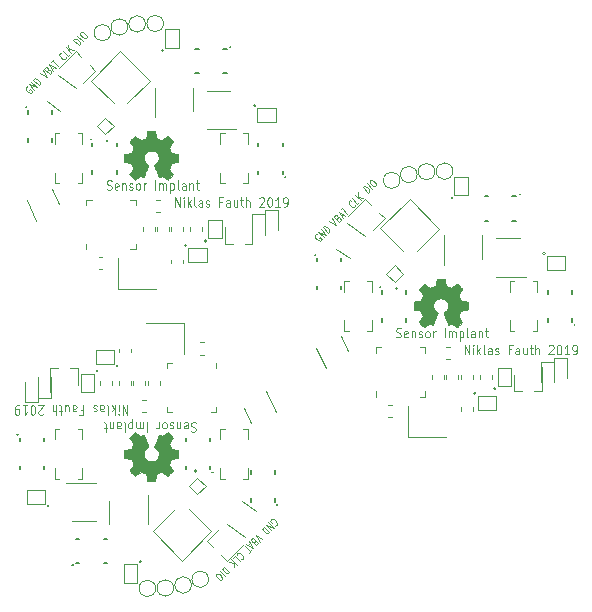
<source format=gto>
%MOIN*%
%OFA0B0*%
%FSLAX46Y46*%
%IPPOS*%
%LPD*%
%ADD10C,0.0039370078740157488*%
%ADD11C,0.004921259842519685*%
%ADD12C,0.0044291338582677165*%
%ADD13C,0.0047244094488188976*%
%ADD14C,0.00039370078740157485*%
%ADD15C,0.005*%
%ADD16C,0.0078740157480314977*%
%ADD27C,0.0039370078740157488*%
%ADD28C,0.004921259842519685*%
%ADD29C,0.0044291338582677165*%
%ADD30C,0.0047244094488188976*%
%ADD31C,0.00039370078740157485*%
%ADD32C,0.005*%
%ADD33C,0.0078740157480314977*%
%ADD34C,0.0039370078740157488*%
%ADD35C,0.004921259842519685*%
%ADD36C,0.0044291338582677165*%
%ADD37C,0.0047244094488188976*%
%ADD38C,0.00039370078740157485*%
%ADD39C,0.005*%
%ADD40C,0.0078740157480314977*%
G01*
D10*
X0000078644Y0001716106D02*
X0000076457Y0001715642D01*
X0000074468Y0001713654D01*
X0000073342Y0001710804D01*
X0000073739Y0001707755D01*
X0000074800Y0001705369D01*
X0000077584Y0001701259D01*
X0000080169Y0001698674D01*
X0000084278Y0001695890D01*
X0000086664Y0001694830D01*
X0000089714Y0001694432D01*
X0000092564Y0001695559D01*
X0000093889Y0001696884D01*
X0000095016Y0001699735D01*
X0000094817Y0001701259D01*
X0000088786Y0001707291D01*
X0000086134Y0001704639D01*
X0000102506Y0001705501D02*
X0000084411Y0001723596D01*
X0000110460Y0001713455D01*
X0000092365Y0001731550D01*
X0000117088Y0001720083D02*
X0000098993Y0001738179D01*
X0000102307Y0001741493D01*
X0000105157Y0001742620D01*
X0000108206Y0001742222D01*
X0000110593Y0001741161D01*
X0000114702Y0001738377D01*
X0000117287Y0001735792D01*
X0000120071Y0001731683D01*
X0000121132Y0001729297D01*
X0000121529Y0001726248D01*
X0000120403Y0001723398D01*
X0000117088Y0001720083D01*
X0000121529Y0001760715D02*
X0000144264Y0001747259D01*
X0000130809Y0001769994D01*
X0000148705Y0001770657D02*
X0000151556Y0001771784D01*
X0000153080Y0001771585D01*
X0000155466Y0001770525D01*
X0000158051Y0001767940D01*
X0000159112Y0001765554D01*
X0000159311Y0001764029D01*
X0000158847Y0001761842D01*
X0000153544Y0001756539D01*
X0000135449Y0001774634D01*
X0000140089Y0001779274D01*
X0000142276Y0001779738D01*
X0000143800Y0001779539D01*
X0000146187Y0001778479D01*
X0000147910Y0001776755D01*
X0000148970Y0001774369D01*
X0000149169Y0001772845D01*
X0000148705Y0001770657D01*
X0000144066Y0001766017D01*
X0000161631Y0001774966D02*
X0000168259Y0001781594D01*
X0000165475Y0001768470D02*
X0000152020Y0001791205D01*
X0000174755Y0001777750D01*
X0000159311Y0001798496D02*
X0000167265Y0001806450D01*
X0000181383Y0001784378D02*
X0000163288Y0001802473D01*
X0000206836Y0001813277D02*
X0000207034Y0001811753D01*
X0000205908Y0001808903D01*
X0000204582Y0001807577D01*
X0000201732Y0001806450D01*
X0000198683Y0001806848D01*
X0000196297Y0001807908D01*
X0000192187Y0001810692D01*
X0000189602Y0001813277D01*
X0000186818Y0001817387D01*
X0000185758Y0001819773D01*
X0000185360Y0001822822D01*
X0000186487Y0001825672D01*
X0000187812Y0001826998D01*
X0000190662Y0001828125D01*
X0000192187Y0001827926D01*
X0000221153Y0001824148D02*
X0000214524Y0001817519D01*
X0000196429Y0001835615D01*
X0000225792Y0001828787D02*
X0000207697Y0001846883D01*
X0000233746Y0001836741D02*
X0000217441Y0001841116D01*
X0000215651Y0001854837D02*
X0000218037Y0001836543D01*
X0000250317Y0001853312D02*
X0000232222Y0001871407D01*
X0000235536Y0001874722D01*
X0000238386Y0001875848D01*
X0000241435Y0001875451D01*
X0000243821Y0001874390D01*
X0000247931Y0001871606D01*
X0000250516Y0001869021D01*
X0000253300Y0001864912D01*
X0000254360Y0001862526D01*
X0000254758Y0001859477D01*
X0000253631Y0001856626D01*
X0000250317Y0001853312D01*
X0000264237Y0001867232D02*
X0000246141Y0001885327D01*
X0000255421Y0001894606D02*
X0000258072Y0001897258D01*
X0000260260Y0001897722D01*
X0000263309Y0001897324D01*
X0000267418Y0001894540D01*
X0000273450Y0001888508D01*
X0000276234Y0001884399D01*
X0000276632Y0001881350D01*
X0000276168Y0001879163D01*
X0000273516Y0001876511D01*
X0000271329Y0001876047D01*
X0000268280Y0001876445D01*
X0000264170Y0001879229D01*
X0000258139Y0001885261D01*
X0000255355Y0001889370D01*
X0000254957Y0001892419D01*
X0000255421Y0001894606D01*
D11*
X0000343832Y0001373078D02*
X0000347769Y0001371578D01*
X0000354330Y0001371578D01*
X0000356955Y0001373078D01*
X0000358267Y0001374578D01*
X0000359580Y0001377577D01*
X0000359580Y0001380577D01*
X0000358267Y0001383577D01*
X0000356955Y0001385076D01*
X0000354330Y0001386576D01*
X0000349081Y0001388076D01*
X0000346456Y0001389576D01*
X0000345144Y0001391076D01*
X0000343832Y0001394075D01*
X0000343832Y0001397075D01*
X0000345144Y0001400075D01*
X0000346456Y0001401574D01*
X0000349081Y0001403074D01*
X0000355643Y0001403074D01*
X0000359580Y0001401574D01*
X0000381889Y0001373078D02*
X0000379265Y0001371578D01*
X0000374015Y0001371578D01*
X0000371391Y0001373078D01*
X0000370078Y0001376077D01*
X0000370078Y0001388076D01*
X0000371391Y0001391076D01*
X0000374015Y0001392575D01*
X0000379265Y0001392575D01*
X0000381889Y0001391076D01*
X0000383202Y0001388076D01*
X0000383202Y0001385076D01*
X0000370078Y0001382077D01*
X0000395013Y0001392575D02*
X0000395013Y0001371578D01*
X0000395013Y0001389576D02*
X0000396325Y0001391076D01*
X0000398950Y0001392575D01*
X0000402887Y0001392575D01*
X0000405511Y0001391076D01*
X0000406824Y0001388076D01*
X0000406824Y0001371578D01*
X0000418635Y0001373078D02*
X0000421259Y0001371578D01*
X0000426509Y0001371578D01*
X0000429133Y0001373078D01*
X0000430446Y0001376077D01*
X0000430446Y0001377577D01*
X0000429133Y0001380577D01*
X0000426509Y0001382077D01*
X0000422572Y0001382077D01*
X0000419947Y0001383577D01*
X0000418635Y0001386576D01*
X0000418635Y0001388076D01*
X0000419947Y0001391076D01*
X0000422572Y0001392575D01*
X0000426509Y0001392575D01*
X0000429133Y0001391076D01*
X0000446194Y0001371578D02*
X0000443569Y0001373078D01*
X0000442257Y0001374578D01*
X0000440944Y0001377577D01*
X0000440944Y0001386576D01*
X0000442257Y0001389576D01*
X0000443569Y0001391076D01*
X0000446194Y0001392575D01*
X0000450131Y0001392575D01*
X0000452755Y0001391076D01*
X0000454068Y0001389576D01*
X0000455380Y0001386576D01*
X0000455380Y0001377577D01*
X0000454068Y0001374578D01*
X0000452755Y0001373078D01*
X0000450131Y0001371578D01*
X0000446194Y0001371578D01*
X0000467191Y0001371578D02*
X0000467191Y0001392575D01*
X0000467191Y0001386576D02*
X0000468503Y0001389576D01*
X0000469816Y0001391076D01*
X0000472440Y0001392575D01*
X0000475065Y0001392575D01*
X0000505249Y0001371578D02*
X0000505249Y0001403074D01*
X0000518372Y0001371578D02*
X0000518372Y0001392575D01*
X0000518372Y0001389576D02*
X0000519685Y0001391076D01*
X0000522309Y0001392575D01*
X0000526246Y0001392575D01*
X0000528871Y0001391076D01*
X0000530183Y0001388076D01*
X0000530183Y0001371578D01*
X0000530183Y0001388076D02*
X0000531496Y0001391076D01*
X0000534120Y0001392575D01*
X0000538057Y0001392575D01*
X0000540682Y0001391076D01*
X0000541994Y0001388076D01*
X0000541994Y0001371578D01*
X0000555118Y0001392575D02*
X0000555118Y0001361079D01*
X0000555118Y0001391076D02*
X0000557742Y0001392575D01*
X0000562992Y0001392575D01*
X0000565616Y0001391076D01*
X0000566929Y0001389576D01*
X0000568241Y0001386576D01*
X0000568241Y0001377577D01*
X0000566929Y0001374578D01*
X0000565616Y0001373078D01*
X0000562992Y0001371578D01*
X0000557742Y0001371578D01*
X0000555118Y0001373078D01*
X0000583989Y0001371578D02*
X0000581364Y0001373078D01*
X0000580052Y0001376077D01*
X0000580052Y0001403074D01*
X0000606299Y0001371578D02*
X0000606299Y0001388076D01*
X0000604986Y0001391076D01*
X0000602362Y0001392575D01*
X0000597112Y0001392575D01*
X0000594488Y0001391076D01*
X0000606299Y0001373078D02*
X0000603674Y0001371578D01*
X0000597112Y0001371578D01*
X0000594488Y0001373078D01*
X0000593175Y0001376077D01*
X0000593175Y0001379077D01*
X0000594488Y0001382077D01*
X0000597112Y0001383577D01*
X0000603674Y0001383577D01*
X0000606299Y0001385076D01*
X0000619422Y0001392575D02*
X0000619422Y0001371578D01*
X0000619422Y0001389576D02*
X0000620734Y0001391076D01*
X0000623359Y0001392575D01*
X0000627296Y0001392575D01*
X0000629921Y0001391076D01*
X0000631233Y0001388076D01*
X0000631233Y0001371578D01*
X0000640419Y0001392575D02*
X0000650918Y0001392575D01*
X0000644356Y0001403074D02*
X0000644356Y0001376077D01*
X0000645669Y0001373078D01*
X0000648293Y0001371578D01*
X0000650918Y0001371578D01*
D12*
X0000571850Y0001314885D02*
X0000571850Y0001346381D01*
X0000587598Y0001314885D01*
X0000587598Y0001346381D01*
X0000600721Y0001314885D02*
X0000600721Y0001335883D01*
X0000600721Y0001346381D02*
X0000599409Y0001344881D01*
X0000600721Y0001343382D01*
X0000602034Y0001344881D01*
X0000600721Y0001346381D01*
X0000600721Y0001343382D01*
X0000613845Y0001314885D02*
X0000613845Y0001346381D01*
X0000616469Y0001326884D02*
X0000624343Y0001314885D01*
X0000624343Y0001335883D02*
X0000613845Y0001323884D01*
X0000640091Y0001314885D02*
X0000637467Y0001316385D01*
X0000636154Y0001319385D01*
X0000636154Y0001346381D01*
X0000662401Y0001314885D02*
X0000662401Y0001331383D01*
X0000661089Y0001334383D01*
X0000658464Y0001335883D01*
X0000653215Y0001335883D01*
X0000650590Y0001334383D01*
X0000662401Y0001316385D02*
X0000659776Y0001314885D01*
X0000653215Y0001314885D01*
X0000650590Y0001316385D01*
X0000649278Y0001319385D01*
X0000649278Y0001322384D01*
X0000650590Y0001325384D01*
X0000653215Y0001326884D01*
X0000659776Y0001326884D01*
X0000662401Y0001328383D01*
X0000674212Y0001316385D02*
X0000676837Y0001314885D01*
X0000682086Y0001314885D01*
X0000684711Y0001316385D01*
X0000686023Y0001319385D01*
X0000686023Y0001320884D01*
X0000684711Y0001323884D01*
X0000682086Y0001325384D01*
X0000678149Y0001325384D01*
X0000675524Y0001326884D01*
X0000674212Y0001329883D01*
X0000674212Y0001331383D01*
X0000675524Y0001334383D01*
X0000678149Y0001335883D01*
X0000682086Y0001335883D01*
X0000684711Y0001334383D01*
X0000728018Y0001331383D02*
X0000718832Y0001331383D01*
X0000718832Y0001314885D02*
X0000718832Y0001346381D01*
X0000731955Y0001346381D01*
X0000754265Y0001314885D02*
X0000754265Y0001331383D01*
X0000752952Y0001334383D01*
X0000750328Y0001335883D01*
X0000745078Y0001335883D01*
X0000742454Y0001334383D01*
X0000754265Y0001316385D02*
X0000751640Y0001314885D01*
X0000745078Y0001314885D01*
X0000742454Y0001316385D01*
X0000741141Y0001319385D01*
X0000741141Y0001322384D01*
X0000742454Y0001325384D01*
X0000745078Y0001326884D01*
X0000751640Y0001326884D01*
X0000754265Y0001328383D01*
X0000779199Y0001335883D02*
X0000779199Y0001314885D01*
X0000767388Y0001335883D02*
X0000767388Y0001319385D01*
X0000768700Y0001316385D01*
X0000771325Y0001314885D01*
X0000775262Y0001314885D01*
X0000777887Y0001316385D01*
X0000779199Y0001317885D01*
X0000788385Y0001335883D02*
X0000798884Y0001335883D01*
X0000792322Y0001346381D02*
X0000792322Y0001319385D01*
X0000793635Y0001316385D01*
X0000796259Y0001314885D01*
X0000798884Y0001314885D01*
X0000808070Y0001314885D02*
X0000808070Y0001346381D01*
X0000819881Y0001314885D02*
X0000819881Y0001331383D01*
X0000818569Y0001334383D01*
X0000815944Y0001335883D01*
X0000812007Y0001335883D01*
X0000809383Y0001334383D01*
X0000808070Y0001332883D01*
X0000852690Y0001343382D02*
X0000854002Y0001344881D01*
X0000856627Y0001346381D01*
X0000863188Y0001346381D01*
X0000865813Y0001344881D01*
X0000867125Y0001343382D01*
X0000868438Y0001340382D01*
X0000868438Y0001337382D01*
X0000867125Y0001332883D01*
X0000851377Y0001314885D01*
X0000868438Y0001314885D01*
X0000885498Y0001346381D02*
X0000888123Y0001346381D01*
X0000890747Y0001344881D01*
X0000892060Y0001343382D01*
X0000893372Y0001340382D01*
X0000894685Y0001334383D01*
X0000894685Y0001326884D01*
X0000893372Y0001320884D01*
X0000892060Y0001317885D01*
X0000890747Y0001316385D01*
X0000888123Y0001314885D01*
X0000885498Y0001314885D01*
X0000882873Y0001316385D01*
X0000881561Y0001317885D01*
X0000880249Y0001320884D01*
X0000878936Y0001326884D01*
X0000878936Y0001334383D01*
X0000880249Y0001340382D01*
X0000881561Y0001343382D01*
X0000882873Y0001344881D01*
X0000885498Y0001346381D01*
X0000920931Y0001314885D02*
X0000905183Y0001314885D01*
X0000913057Y0001314885D02*
X0000913057Y0001346381D01*
X0000910433Y0001341882D01*
X0000907808Y0001338882D01*
X0000905183Y0001337382D01*
X0000934055Y0001314885D02*
X0000939304Y0001314885D01*
X0000941929Y0001316385D01*
X0000943241Y0001317885D01*
X0000945866Y0001322384D01*
X0000947178Y0001328383D01*
X0000947178Y0001340382D01*
X0000945866Y0001343382D01*
X0000944553Y0001344881D01*
X0000941929Y0001346381D01*
X0000936679Y0001346381D01*
X0000934055Y0001344881D01*
X0000932742Y0001343382D01*
X0000931430Y0001340382D01*
X0000931430Y0001332883D01*
X0000932742Y0001329883D01*
X0000934055Y0001328383D01*
X0000936679Y0001326884D01*
X0000941929Y0001326884D01*
X0000944553Y0001328383D01*
X0000945866Y0001329883D01*
X0000947178Y0001332883D01*
D13*
X0000533464Y0001836614D02*
G75*
G03X0000533464Y0001836614I-0000003937D01*
G01*
X0000583858Y0001906692D02*
X0000583858Y0001845275D01*
X0000538188Y0001906692D02*
X0000583858Y0001906692D01*
X0000538188Y0001845275D02*
X0000538188Y0001906692D01*
X0000583858Y0001845275D02*
X0000538188Y0001845275D01*
X0000348587Y0001534026D02*
G75*
G03X0000348587Y0001534026I-0000003936D01*
G01*
X0000339082Y0001611975D02*
X0000366921Y0001584136D01*
X0000311243Y0001584136D02*
X0000339082Y0001611975D01*
X0000339082Y0001556297D02*
X0000311243Y0001584136D01*
X0000366921Y0001584136D02*
X0000339082Y0001556297D01*
X0000845275Y0001597244D02*
X0000845275Y0001642913D01*
X0000845275Y0001642913D02*
X0000906692Y0001642913D01*
X0000906692Y0001642913D02*
X0000906692Y0001597244D01*
X0000906692Y0001597244D02*
X0000845275Y0001597244D01*
X0000840551Y0001651574D02*
G75*
G03X0000840551Y0001651574I-0000003937D01*
G01*
X0000727559Y0001209448D02*
X0000681889Y0001209448D01*
X0000681889Y0001209448D02*
X0000681889Y0001270866D01*
X0000681889Y0001270866D02*
X0000727559Y0001270866D01*
X0000727559Y0001270866D02*
X0000727559Y0001209448D01*
X0000677165Y0001200787D02*
G75*
G03X0000677165Y0001200787I-0000003937D01*
G01*
X0000614960Y0001130708D02*
X0000614960Y0001176377D01*
X0000614960Y0001176377D02*
X0000676377Y0001176377D01*
X0000676377Y0001176377D02*
X0000676377Y0001130708D01*
X0000676377Y0001130708D02*
X0000614960Y0001130708D01*
X0000610236Y0001185039D02*
G75*
G03X0000610236Y0001185039I-0000003937D01*
G01*
X0000869685Y0001303149D02*
X0000869685Y0001236220D01*
X0000912992Y0001303149D02*
X0000869685Y0001303149D01*
X0000912992Y0001236220D02*
X0000912992Y0001303149D01*
D14*
G36*
X0000496208Y0001567853D02*
X0000499300Y0001567836D01*
X0000501538Y0001567790D01*
X0000503066Y0001567701D01*
X0000504028Y0001567554D01*
X0000504568Y0001567335D01*
X0000504831Y0001567029D01*
X0000504961Y0001566622D01*
X0000504973Y0001566569D01*
X0000505170Y0001565619D01*
X0000505535Y0001563744D01*
X0000506030Y0001561144D01*
X0000506616Y0001558019D01*
X0000507257Y0001554567D01*
X0000507279Y0001554446D01*
X0000507920Y0001551064D01*
X0000508520Y0001548075D01*
X0000509040Y0001545660D01*
X0000509442Y0001543997D01*
X0000509686Y0001543266D01*
X0000509697Y0001543253D01*
X0000510416Y0001542896D01*
X0000511897Y0001542301D01*
X0000513820Y0001541596D01*
X0000513831Y0001541592D01*
X0000516254Y0001540682D01*
X0000519111Y0001539521D01*
X0000521804Y0001538355D01*
X0000521932Y0001538297D01*
X0000526318Y0001536306D01*
X0000536030Y0001542939D01*
X0000539010Y0001544961D01*
X0000541709Y0001546768D01*
X0000543971Y0001548259D01*
X0000545640Y0001549330D01*
X0000546559Y0001549877D01*
X0000546646Y0001549918D01*
X0000547314Y0001549737D01*
X0000548562Y0001548864D01*
X0000550438Y0001547258D01*
X0000552991Y0001544878D01*
X0000555597Y0001542346D01*
X0000558110Y0001539850D01*
X0000560358Y0001537573D01*
X0000562208Y0001535655D01*
X0000563522Y0001534236D01*
X0000564167Y0001533458D01*
X0000564191Y0001533418D01*
X0000564263Y0001532883D01*
X0000563994Y0001532011D01*
X0000563319Y0001530682D01*
X0000562172Y0001528780D01*
X0000560485Y0001526186D01*
X0000558237Y0001522846D01*
X0000556241Y0001519907D01*
X0000554458Y0001517270D01*
X0000552989Y0001515090D01*
X0000551938Y0001513519D01*
X0000551408Y0001512710D01*
X0000551374Y0001512656D01*
X0000551439Y0001511881D01*
X0000551930Y0001510375D01*
X0000552749Y0001508422D01*
X0000553041Y0001507798D01*
X0000554314Y0001505020D01*
X0000555673Y0001501868D01*
X0000556777Y0001499141D01*
X0000557572Y0001497117D01*
X0000558204Y0001495578D01*
X0000558569Y0001494774D01*
X0000558615Y0001494712D01*
X0000559286Y0001494610D01*
X0000560869Y0001494329D01*
X0000563152Y0001493909D01*
X0000565926Y0001493391D01*
X0000568980Y0001492814D01*
X0000572104Y0001492219D01*
X0000575087Y0001491645D01*
X0000577718Y0001491133D01*
X0000579787Y0001490723D01*
X0000581084Y0001490454D01*
X0000581403Y0001490378D01*
X0000581731Y0001490191D01*
X0000581979Y0001489767D01*
X0000582158Y0001488965D01*
X0000582278Y0001487641D01*
X0000582352Y0001485652D01*
X0000582389Y0001482855D01*
X0000582402Y0001479108D01*
X0000582403Y0001477571D01*
X0000582403Y0001465079D01*
X0000579403Y0001464487D01*
X0000577733Y0001464166D01*
X0000575243Y0001463697D01*
X0000572233Y0001463137D01*
X0000569008Y0001462543D01*
X0000568117Y0001462380D01*
X0000565141Y0001461801D01*
X0000562548Y0001461232D01*
X0000560556Y0001460726D01*
X0000559384Y0001460334D01*
X0000559188Y0001460217D01*
X0000558708Y0001459391D01*
X0000558020Y0001457789D01*
X0000557258Y0001455728D01*
X0000557106Y0001455284D01*
X0000556107Y0001452531D01*
X0000554865Y0001449425D01*
X0000553651Y0001446635D01*
X0000553645Y0001446623D01*
X0000551623Y0001442247D01*
X0000558274Y0001432463D01*
X0000564926Y0001422679D01*
X0000556386Y0001414124D01*
X0000553803Y0001411578D01*
X0000551447Y0001409334D01*
X0000549450Y0001407511D01*
X0000547945Y0001406229D01*
X0000547065Y0001405609D01*
X0000546938Y0001405569D01*
X0000546197Y0001405879D01*
X0000544683Y0001406741D01*
X0000542563Y0001408053D01*
X0000540002Y0001409712D01*
X0000537233Y0001411569D01*
X0000534422Y0001413464D01*
X0000531916Y0001415113D01*
X0000529874Y0001416415D01*
X0000528455Y0001417267D01*
X0000527820Y0001417569D01*
X0000527046Y0001417314D01*
X0000525576Y0001416640D01*
X0000523716Y0001415688D01*
X0000523519Y0001415582D01*
X0000521014Y0001414326D01*
X0000519296Y0001413710D01*
X0000518227Y0001413703D01*
X0000517670Y0001414276D01*
X0000517667Y0001414284D01*
X0000517389Y0001414962D01*
X0000516725Y0001416571D01*
X0000515727Y0001418987D01*
X0000514446Y0001422086D01*
X0000512935Y0001425743D01*
X0000511244Y0001429832D01*
X0000509606Y0001433792D01*
X0000507806Y0001438161D01*
X0000506153Y0001442209D01*
X0000504697Y0001445811D01*
X0000503488Y0001448843D01*
X0000502574Y0001451181D01*
X0000502006Y0001452701D01*
X0000501831Y0001453268D01*
X0000502270Y0001453919D01*
X0000503419Y0001454956D01*
X0000504950Y0001456099D01*
X0000509312Y0001459715D01*
X0000512721Y0001463860D01*
X0000515137Y0001468447D01*
X0000516519Y0001473387D01*
X0000516826Y0001478595D01*
X0000516603Y0001480998D01*
X0000515388Y0001485985D01*
X0000513295Y0001490388D01*
X0000510454Y0001494166D01*
X0000506995Y0001497273D01*
X0000503049Y0001499667D01*
X0000498743Y0001501304D01*
X0000494209Y0001502141D01*
X0000489576Y0001502134D01*
X0000484975Y0001501240D01*
X0000480534Y0001499416D01*
X0000476383Y0001496618D01*
X0000474651Y0001495035D01*
X0000471329Y0001490972D01*
X0000469015Y0001486531D01*
X0000467696Y0001481842D01*
X0000467354Y0001477036D01*
X0000467976Y0001472241D01*
X0000469545Y0001467586D01*
X0000472046Y0001463202D01*
X0000475464Y0001459217D01*
X0000479283Y0001456099D01*
X0000480874Y0001454907D01*
X0000481998Y0001453881D01*
X0000482403Y0001453267D01*
X0000482191Y0001452597D01*
X0000481588Y0001450996D01*
X0000480645Y0001448589D01*
X0000479410Y0001445500D01*
X0000477933Y0001441851D01*
X0000476264Y0001437769D01*
X0000474623Y0001433791D01*
X0000472813Y0001429417D01*
X0000471137Y0001425365D01*
X0000469645Y0001421758D01*
X0000468390Y0001418720D01*
X0000467423Y0001416377D01*
X0000466795Y0001414853D01*
X0000466562Y0001414284D01*
X0000466012Y0001413706D01*
X0000464949Y0001413707D01*
X0000463235Y0001414319D01*
X0000460735Y0001415572D01*
X0000460715Y0001415582D01*
X0000458832Y0001416555D01*
X0000457310Y0001417263D01*
X0000456451Y0001417567D01*
X0000456413Y0001417569D01*
X0000455767Y0001417261D01*
X0000454341Y0001416403D01*
X0000452293Y0001415098D01*
X0000449783Y0001413446D01*
X0000447001Y0001411569D01*
X0000444169Y0001409670D01*
X0000441616Y0001408018D01*
X0000439508Y0001406716D01*
X0000438010Y0001405866D01*
X0000437295Y0001405569D01*
X0000436637Y0001405959D01*
X0000435313Y0001407047D01*
X0000433456Y0001408713D01*
X0000431198Y0001410839D01*
X0000428671Y0001413303D01*
X0000427845Y0001414127D01*
X0000419302Y0001422684D01*
X0000425805Y0001432228D01*
X0000427781Y0001435159D01*
X0000429515Y0001437789D01*
X0000430911Y0001439966D01*
X0000431870Y0001441539D01*
X0000432295Y0001442353D01*
X0000432307Y0001442411D01*
X0000432083Y0001443179D01*
X0000431480Y0001444724D01*
X0000430603Y0001446787D01*
X0000429987Y0001448167D01*
X0000428835Y0001450811D01*
X0000427750Y0001453482D01*
X0000426910Y0001455739D01*
X0000426681Y0001456427D01*
X0000426032Y0001458263D01*
X0000425398Y0001459681D01*
X0000425050Y0001460217D01*
X0000424281Y0001460545D01*
X0000422602Y0001461011D01*
X0000420233Y0001461560D01*
X0000417389Y0001462141D01*
X0000416117Y0001462380D01*
X0000412885Y0001462974D01*
X0000409786Y0001463549D01*
X0000407121Y0001464048D01*
X0000405194Y0001464416D01*
X0000404831Y0001464487D01*
X0000401831Y0001465079D01*
X0000401831Y0001477571D01*
X0000401838Y0001481679D01*
X0000401865Y0001484787D01*
X0000401925Y0001487038D01*
X0000402028Y0001488575D01*
X0000402186Y0001489541D01*
X0000402408Y0001490079D01*
X0000402708Y0001490331D01*
X0000402831Y0001490378D01*
X0000403573Y0001490544D01*
X0000405211Y0001490876D01*
X0000407535Y0001491333D01*
X0000410336Y0001491875D01*
X0000413401Y0001492462D01*
X0000416522Y0001493054D01*
X0000419487Y0001493612D01*
X0000422086Y0001494095D01*
X0000424108Y0001494462D01*
X0000425344Y0001494675D01*
X0000425619Y0001494712D01*
X0000425868Y0001495205D01*
X0000426420Y0001496518D01*
X0000427170Y0001498403D01*
X0000427457Y0001499141D01*
X0000428613Y0001501993D01*
X0000429974Y0001505143D01*
X0000431193Y0001507798D01*
X0000432090Y0001509829D01*
X0000432687Y0001511497D01*
X0000432886Y0001512519D01*
X0000432854Y0001512656D01*
X0000432433Y0001513302D01*
X0000431472Y0001514740D01*
X0000430073Y0001516816D01*
X0000428341Y0001519377D01*
X0000426377Y0001522270D01*
X0000425989Y0001522841D01*
X0000423711Y0001526225D01*
X0000422036Y0001528801D01*
X0000420898Y0001530689D01*
X0000420231Y0001532007D01*
X0000419966Y0001532875D01*
X0000420038Y0001533409D01*
X0000420039Y0001533412D01*
X0000420604Y0001534115D01*
X0000421854Y0001535472D01*
X0000423653Y0001537344D01*
X0000425865Y0001539590D01*
X0000428356Y0001542069D01*
X0000428637Y0001542346D01*
X0000431775Y0001545385D01*
X0000434198Y0001547617D01*
X0000435952Y0001549083D01*
X0000437088Y0001549823D01*
X0000437588Y0001549918D01*
X0000438317Y0001549501D01*
X0000439832Y0001548539D01*
X0000441975Y0001547134D01*
X0000444589Y0001545388D01*
X0000447519Y0001543405D01*
X0000448203Y0001542939D01*
X0000457916Y0001536306D01*
X0000462302Y0001538297D01*
X0000464969Y0001539457D01*
X0000467833Y0001540624D01*
X0000470294Y0001541554D01*
X0000470403Y0001541592D01*
X0000472328Y0001542297D01*
X0000473812Y0001542893D01*
X0000474535Y0001543252D01*
X0000474536Y0001543253D01*
X0000474766Y0001543901D01*
X0000475156Y0001545496D01*
X0000475668Y0001547857D01*
X0000476263Y0001550806D01*
X0000476902Y0001554163D01*
X0000476955Y0001554446D01*
X0000477596Y0001557905D01*
X0000478185Y0001561045D01*
X0000478683Y0001563666D01*
X0000479053Y0001565569D01*
X0000479257Y0001566554D01*
X0000479260Y0001566569D01*
X0000479384Y0001566989D01*
X0000479625Y0001567305D01*
X0000480127Y0001567533D01*
X0000481034Y0001567687D01*
X0000482491Y0001567782D01*
X0000484642Y0001567832D01*
X0000487631Y0001567852D01*
X0000491603Y0001567855D01*
X0000492117Y0001567855D01*
X0000496208Y0001567853D01*
X0000496208Y0001567853D01*
G37*
X0000496208Y0001567853D02*
X0000499300Y0001567836D01*
X0000501538Y0001567790D01*
X0000503066Y0001567701D01*
X0000504028Y0001567554D01*
X0000504568Y0001567335D01*
X0000504831Y0001567029D01*
X0000504961Y0001566622D01*
X0000504973Y0001566569D01*
X0000505170Y0001565619D01*
X0000505535Y0001563744D01*
X0000506030Y0001561144D01*
X0000506616Y0001558019D01*
X0000507257Y0001554567D01*
X0000507279Y0001554446D01*
X0000507920Y0001551064D01*
X0000508520Y0001548075D01*
X0000509040Y0001545660D01*
X0000509442Y0001543997D01*
X0000509686Y0001543266D01*
X0000509697Y0001543253D01*
X0000510416Y0001542896D01*
X0000511897Y0001542301D01*
X0000513820Y0001541596D01*
X0000513831Y0001541592D01*
X0000516254Y0001540682D01*
X0000519111Y0001539521D01*
X0000521804Y0001538355D01*
X0000521932Y0001538297D01*
X0000526318Y0001536306D01*
X0000536030Y0001542939D01*
X0000539010Y0001544961D01*
X0000541709Y0001546768D01*
X0000543971Y0001548259D01*
X0000545640Y0001549330D01*
X0000546559Y0001549877D01*
X0000546646Y0001549918D01*
X0000547314Y0001549737D01*
X0000548562Y0001548864D01*
X0000550438Y0001547258D01*
X0000552991Y0001544878D01*
X0000555597Y0001542346D01*
X0000558110Y0001539850D01*
X0000560358Y0001537573D01*
X0000562208Y0001535655D01*
X0000563522Y0001534236D01*
X0000564167Y0001533458D01*
X0000564191Y0001533418D01*
X0000564263Y0001532883D01*
X0000563994Y0001532011D01*
X0000563319Y0001530682D01*
X0000562172Y0001528780D01*
X0000560485Y0001526186D01*
X0000558237Y0001522846D01*
X0000556241Y0001519907D01*
X0000554458Y0001517270D01*
X0000552989Y0001515090D01*
X0000551938Y0001513519D01*
X0000551408Y0001512710D01*
X0000551374Y0001512656D01*
X0000551439Y0001511881D01*
X0000551930Y0001510375D01*
X0000552749Y0001508422D01*
X0000553041Y0001507798D01*
X0000554314Y0001505020D01*
X0000555673Y0001501868D01*
X0000556777Y0001499141D01*
X0000557572Y0001497117D01*
X0000558204Y0001495578D01*
X0000558569Y0001494774D01*
X0000558615Y0001494712D01*
X0000559286Y0001494610D01*
X0000560869Y0001494329D01*
X0000563152Y0001493909D01*
X0000565926Y0001493391D01*
X0000568980Y0001492814D01*
X0000572104Y0001492219D01*
X0000575087Y0001491645D01*
X0000577718Y0001491133D01*
X0000579787Y0001490723D01*
X0000581084Y0001490454D01*
X0000581403Y0001490378D01*
X0000581731Y0001490191D01*
X0000581979Y0001489767D01*
X0000582158Y0001488965D01*
X0000582278Y0001487641D01*
X0000582352Y0001485652D01*
X0000582389Y0001482855D01*
X0000582402Y0001479108D01*
X0000582403Y0001477571D01*
X0000582403Y0001465079D01*
X0000579403Y0001464487D01*
X0000577733Y0001464166D01*
X0000575243Y0001463697D01*
X0000572233Y0001463137D01*
X0000569008Y0001462543D01*
X0000568117Y0001462380D01*
X0000565141Y0001461801D01*
X0000562548Y0001461232D01*
X0000560556Y0001460726D01*
X0000559384Y0001460334D01*
X0000559188Y0001460217D01*
X0000558708Y0001459391D01*
X0000558020Y0001457789D01*
X0000557258Y0001455728D01*
X0000557106Y0001455284D01*
X0000556107Y0001452531D01*
X0000554865Y0001449425D01*
X0000553651Y0001446635D01*
X0000553645Y0001446623D01*
X0000551623Y0001442247D01*
X0000558274Y0001432463D01*
X0000564926Y0001422679D01*
X0000556386Y0001414124D01*
X0000553803Y0001411578D01*
X0000551447Y0001409334D01*
X0000549450Y0001407511D01*
X0000547945Y0001406229D01*
X0000547065Y0001405609D01*
X0000546938Y0001405569D01*
X0000546197Y0001405879D01*
X0000544683Y0001406741D01*
X0000542563Y0001408053D01*
X0000540002Y0001409712D01*
X0000537233Y0001411569D01*
X0000534422Y0001413464D01*
X0000531916Y0001415113D01*
X0000529874Y0001416415D01*
X0000528455Y0001417267D01*
X0000527820Y0001417569D01*
X0000527046Y0001417314D01*
X0000525576Y0001416640D01*
X0000523716Y0001415688D01*
X0000523519Y0001415582D01*
X0000521014Y0001414326D01*
X0000519296Y0001413710D01*
X0000518227Y0001413703D01*
X0000517670Y0001414276D01*
X0000517667Y0001414284D01*
X0000517389Y0001414962D01*
X0000516725Y0001416571D01*
X0000515727Y0001418987D01*
X0000514446Y0001422086D01*
X0000512935Y0001425743D01*
X0000511244Y0001429832D01*
X0000509606Y0001433792D01*
X0000507806Y0001438161D01*
X0000506153Y0001442209D01*
X0000504697Y0001445811D01*
X0000503488Y0001448843D01*
X0000502574Y0001451181D01*
X0000502006Y0001452701D01*
X0000501831Y0001453268D01*
X0000502270Y0001453919D01*
X0000503419Y0001454956D01*
X0000504950Y0001456099D01*
X0000509312Y0001459715D01*
X0000512721Y0001463860D01*
X0000515137Y0001468447D01*
X0000516519Y0001473387D01*
X0000516826Y0001478595D01*
X0000516603Y0001480998D01*
X0000515388Y0001485985D01*
X0000513295Y0001490388D01*
X0000510454Y0001494166D01*
X0000506995Y0001497273D01*
X0000503049Y0001499667D01*
X0000498743Y0001501304D01*
X0000494209Y0001502141D01*
X0000489576Y0001502134D01*
X0000484975Y0001501240D01*
X0000480534Y0001499416D01*
X0000476383Y0001496618D01*
X0000474651Y0001495035D01*
X0000471329Y0001490972D01*
X0000469015Y0001486531D01*
X0000467696Y0001481842D01*
X0000467354Y0001477036D01*
X0000467976Y0001472241D01*
X0000469545Y0001467586D01*
X0000472046Y0001463202D01*
X0000475464Y0001459217D01*
X0000479283Y0001456099D01*
X0000480874Y0001454907D01*
X0000481998Y0001453881D01*
X0000482403Y0001453267D01*
X0000482191Y0001452597D01*
X0000481588Y0001450996D01*
X0000480645Y0001448589D01*
X0000479410Y0001445500D01*
X0000477933Y0001441851D01*
X0000476264Y0001437769D01*
X0000474623Y0001433791D01*
X0000472813Y0001429417D01*
X0000471137Y0001425365D01*
X0000469645Y0001421758D01*
X0000468390Y0001418720D01*
X0000467423Y0001416377D01*
X0000466795Y0001414853D01*
X0000466562Y0001414284D01*
X0000466012Y0001413706D01*
X0000464949Y0001413707D01*
X0000463235Y0001414319D01*
X0000460735Y0001415572D01*
X0000460715Y0001415582D01*
X0000458832Y0001416555D01*
X0000457310Y0001417263D01*
X0000456451Y0001417567D01*
X0000456413Y0001417569D01*
X0000455767Y0001417261D01*
X0000454341Y0001416403D01*
X0000452293Y0001415098D01*
X0000449783Y0001413446D01*
X0000447001Y0001411569D01*
X0000444169Y0001409670D01*
X0000441616Y0001408018D01*
X0000439508Y0001406716D01*
X0000438010Y0001405866D01*
X0000437295Y0001405569D01*
X0000436637Y0001405959D01*
X0000435313Y0001407047D01*
X0000433456Y0001408713D01*
X0000431198Y0001410839D01*
X0000428671Y0001413303D01*
X0000427845Y0001414127D01*
X0000419302Y0001422684D01*
X0000425805Y0001432228D01*
X0000427781Y0001435159D01*
X0000429515Y0001437789D01*
X0000430911Y0001439966D01*
X0000431870Y0001441539D01*
X0000432295Y0001442353D01*
X0000432307Y0001442411D01*
X0000432083Y0001443179D01*
X0000431480Y0001444724D01*
X0000430603Y0001446787D01*
X0000429987Y0001448167D01*
X0000428835Y0001450811D01*
X0000427750Y0001453482D01*
X0000426910Y0001455739D01*
X0000426681Y0001456427D01*
X0000426032Y0001458263D01*
X0000425398Y0001459681D01*
X0000425050Y0001460217D01*
X0000424281Y0001460545D01*
X0000422602Y0001461011D01*
X0000420233Y0001461560D01*
X0000417389Y0001462141D01*
X0000416117Y0001462380D01*
X0000412885Y0001462974D01*
X0000409786Y0001463549D01*
X0000407121Y0001464048D01*
X0000405194Y0001464416D01*
X0000404831Y0001464487D01*
X0000401831Y0001465079D01*
X0000401831Y0001477571D01*
X0000401838Y0001481679D01*
X0000401865Y0001484787D01*
X0000401925Y0001487038D01*
X0000402028Y0001488575D01*
X0000402186Y0001489541D01*
X0000402408Y0001490079D01*
X0000402708Y0001490331D01*
X0000402831Y0001490378D01*
X0000403573Y0001490544D01*
X0000405211Y0001490876D01*
X0000407535Y0001491333D01*
X0000410336Y0001491875D01*
X0000413401Y0001492462D01*
X0000416522Y0001493054D01*
X0000419487Y0001493612D01*
X0000422086Y0001494095D01*
X0000424108Y0001494462D01*
X0000425344Y0001494675D01*
X0000425619Y0001494712D01*
X0000425868Y0001495205D01*
X0000426420Y0001496518D01*
X0000427170Y0001498403D01*
X0000427457Y0001499141D01*
X0000428613Y0001501993D01*
X0000429974Y0001505143D01*
X0000431193Y0001507798D01*
X0000432090Y0001509829D01*
X0000432687Y0001511497D01*
X0000432886Y0001512519D01*
X0000432854Y0001512656D01*
X0000432433Y0001513302D01*
X0000431472Y0001514740D01*
X0000430073Y0001516816D01*
X0000428341Y0001519377D01*
X0000426377Y0001522270D01*
X0000425989Y0001522841D01*
X0000423711Y0001526225D01*
X0000422036Y0001528801D01*
X0000420898Y0001530689D01*
X0000420231Y0001532007D01*
X0000419966Y0001532875D01*
X0000420038Y0001533409D01*
X0000420039Y0001533412D01*
X0000420604Y0001534115D01*
X0000421854Y0001535472D01*
X0000423653Y0001537344D01*
X0000425865Y0001539590D01*
X0000428356Y0001542069D01*
X0000428637Y0001542346D01*
X0000431775Y0001545385D01*
X0000434198Y0001547617D01*
X0000435952Y0001549083D01*
X0000437088Y0001549823D01*
X0000437588Y0001549918D01*
X0000438317Y0001549501D01*
X0000439832Y0001548539D01*
X0000441975Y0001547134D01*
X0000444589Y0001545388D01*
X0000447519Y0001543405D01*
X0000448203Y0001542939D01*
X0000457916Y0001536306D01*
X0000462302Y0001538297D01*
X0000464969Y0001539457D01*
X0000467833Y0001540624D01*
X0000470294Y0001541554D01*
X0000470403Y0001541592D01*
X0000472328Y0001542297D01*
X0000473812Y0001542893D01*
X0000474535Y0001543252D01*
X0000474536Y0001543253D01*
X0000474766Y0001543901D01*
X0000475156Y0001545496D01*
X0000475668Y0001547857D01*
X0000476263Y0001550806D01*
X0000476902Y0001554163D01*
X0000476955Y0001554446D01*
X0000477596Y0001557905D01*
X0000478185Y0001561045D01*
X0000478683Y0001563666D01*
X0000479053Y0001565569D01*
X0000479257Y0001566554D01*
X0000479260Y0001566569D01*
X0000479384Y0001566989D01*
X0000479625Y0001567305D01*
X0000480127Y0001567533D01*
X0000481034Y0001567687D01*
X0000482491Y0001567782D01*
X0000484642Y0001567832D01*
X0000487631Y0001567852D01*
X0000491603Y0001567855D01*
X0000492117Y0001567855D01*
X0000496208Y0001567853D01*
D13*
X0000413476Y0001914384D02*
G75*
G03X0000413476Y0001914384I-0000027559D01*
G01*
X0000356576Y0001895184D02*
G75*
G03X0000356576Y0001895184I-0000027559D01*
G01*
X0000472576Y0001924384D02*
G75*
G03X0000472576Y0001924384I-0000027559D01*
G01*
X0000532776Y0001925784D02*
G75*
G03X0000532776Y0001925784I-0000027559D01*
G01*
X0000275196Y0001191535D02*
X0000275196Y0001172834D01*
X0000441338Y0001338976D02*
X0000422637Y0001338976D01*
X0000441338Y0001320275D02*
X0000441338Y0001338976D01*
X0000441338Y0001172834D02*
X0000422637Y0001172834D01*
X0000441338Y0001191535D02*
X0000441338Y0001172834D01*
X0000275196Y0001338976D02*
X0000293897Y0001338976D01*
X0000275196Y0001320275D02*
X0000275196Y0001338976D01*
X0000775590Y0001574015D02*
X0000677165Y0001574015D01*
X0000677165Y0001701574D02*
X0000755905Y0001701574D01*
X0000631396Y0001712254D02*
X0000631396Y0001633514D01*
X0000503837Y0001613829D02*
X0000503837Y0001712254D01*
D10*
X0000248031Y0001393307D02*
X0000262204Y0001393307D01*
X0000262204Y0001393307D02*
X0000262204Y0001429133D01*
X0000185039Y0001393307D02*
X0000170866Y0001393307D01*
X0000170866Y0001393307D02*
X0000170866Y0001429133D01*
X0000262204Y0001523622D02*
X0000262204Y0001559448D01*
X0000262204Y0001559448D02*
X0000248031Y0001559448D01*
X0000170866Y0001523622D02*
X0000170866Y0001559448D01*
X0000170866Y0001559448D02*
X0000185039Y0001559448D01*
X0000799212Y0001393307D02*
X0000813385Y0001393307D01*
X0000813385Y0001393307D02*
X0000813385Y0001429133D01*
X0000736220Y0001393307D02*
X0000722047Y0001393307D01*
X0000722047Y0001393307D02*
X0000722047Y0001429133D01*
X0000813385Y0001523622D02*
X0000813385Y0001559448D01*
X0000813385Y0001559448D02*
X0000799212Y0001559448D01*
X0000722047Y0001523622D02*
X0000722047Y0001559448D01*
X0000722047Y0001559448D02*
X0000736220Y0001559448D01*
D13*
X0000826377Y0001289370D02*
X0000826377Y0001222440D01*
X0000869685Y0001289370D02*
X0000826377Y0001289370D01*
X0000869685Y0001222440D02*
X0000869685Y0001289370D01*
X0000367386Y0001659387D02*
X0000291399Y0001735373D01*
X0000291399Y0001735373D02*
X0000389058Y0001833032D01*
X0000389058Y0001833032D02*
X0000487719Y0001734371D01*
X0000487719Y0001734371D02*
X0000412735Y0001659387D01*
D15*
X0000743307Y0001841496D02*
X0000731496Y0001841496D01*
X0000743307Y0001760866D02*
X0000731496Y0001760866D01*
X0000638582Y0001841496D02*
X0000650393Y0001841496D01*
X0000638582Y0001760866D02*
X0000650393Y0001760866D01*
D16*
X0000755905Y0001848425D02*
G75*
G03X0000755905Y0001848425I-0000001968D01*
G01*
X0000938976Y0001413385D02*
G75*
G03X0000938976Y0001413385I-0000001968D01*
G01*
D15*
X0000849448Y0001528740D02*
X0000849448Y0001516929D01*
X0000930078Y0001528740D02*
X0000930078Y0001516929D01*
X0000849448Y0001424015D02*
X0000849448Y0001435826D01*
X0000930078Y0001424015D02*
X0000930078Y0001435826D01*
X0000295702Y0001528846D02*
X0000295702Y0001517035D01*
X0000376332Y0001528846D02*
X0000376332Y0001517035D01*
X0000295702Y0001424122D02*
X0000295702Y0001435933D01*
X0000376332Y0001424122D02*
X0000376332Y0001435933D01*
D16*
X0000290741Y0001539476D02*
G75*
G03X0000290741Y0001539476I-0000001968D01*
G01*
X0000074941Y0001647676D02*
G75*
G03X0000074941Y0001647676I-0000001968D01*
G01*
D15*
X0000160532Y0001532322D02*
X0000160532Y0001544133D01*
X0000079902Y0001532322D02*
X0000079902Y0001544133D01*
X0000160532Y0001637046D02*
X0000160532Y0001625235D01*
X0000079902Y0001637046D02*
X0000079902Y0001625235D01*
D13*
X0000509339Y0001338976D02*
X0000522156Y0001338976D01*
X0000509339Y0001298818D02*
X0000522156Y0001298818D01*
X0000316425Y0001105905D02*
X0000329243Y0001105905D01*
X0000316425Y0001146062D02*
X0000329243Y0001146062D01*
X0000558338Y0001126075D02*
X0000558338Y0001138892D01*
X0000598496Y0001126075D02*
X0000598496Y0001138892D01*
X0000511417Y0001246566D02*
X0000511417Y0001233748D01*
X0000551574Y0001246566D02*
X0000551574Y0001233748D01*
X0000598818Y0001246566D02*
X0000598818Y0001233748D01*
X0000558661Y0001246566D02*
X0000558661Y0001233748D01*
X0000621653Y0001246566D02*
X0000621653Y0001233748D01*
X0000661811Y0001246566D02*
X0000661811Y0001233748D01*
X0000464173Y0001233748D02*
X0000464173Y0001246566D01*
X0000504330Y0001233748D02*
X0000504330Y0001246566D01*
X0000241187Y0001710487D02*
X0000179912Y0001753392D01*
X0000143647Y0001667281D02*
X0000188797Y0001635666D01*
X0000382825Y0001143265D02*
X0000382825Y0001040903D01*
X0000382825Y0001040903D02*
X0000508809Y0001040903D01*
X0000287059Y0001786687D02*
X0000305432Y0001768313D01*
X0000240846Y0001832899D02*
X0000259220Y0001814526D01*
X0000240846Y0001832899D02*
X0000184333Y0001776386D01*
X0000266179Y0001729060D02*
X0000305432Y0001768313D01*
X0000737795Y0001247244D02*
X0000737795Y0001191732D01*
X0000829133Y0001191732D02*
X0000829133Y0001271653D01*
X0000829133Y0001191732D02*
X0000803149Y0001191732D01*
X0000763779Y0001191732D02*
X0000737795Y0001191732D01*
X0000076883Y0001336384D02*
X0000108497Y0001268590D01*
X0000182958Y0001325032D02*
X0000159664Y0001374986D01*
G04 next file*
G04 #@! TF.GenerationSoftware,KiCad,Pcbnew,5.0.2-bee76a0~70~ubuntu18.04.1*
G04 #@! TF.CreationDate,2019-06-05T01:10:19+02:00*
G04 #@! TF.ProjectId,mainboard,6d61696e-626f-4617-9264-2e6b69636164,rev?*
G04 #@! TF.SameCoordinates,Original*
G04 #@! TF.FileFunction,Legend,Top*
G04 #@! TF.FilePolarity,Positive*
G04 Gerber Fmt 4.6, Leading zero omitted, Abs format (unit mm)*
G04 Created by KiCad (PCBNEW 5.0.2-bee76a0~70~ubuntu18.04.1) date Mi 05 Jun 2019 01:10:19 CEST*
G01*
G04 APERTURE LIST*
G04 APERTURE END LIST*
D27*
X0000905607Y0000252397D02*
X0000907794Y0000252860D01*
X0000909783Y0000254849D01*
X0000910909Y0000257699D01*
X0000910512Y0000260748D01*
X0000909451Y0000263134D01*
X0000906667Y0000267244D01*
X0000904082Y0000269829D01*
X0000899973Y0000272613D01*
X0000897586Y0000273673D01*
X0000894537Y0000274071D01*
X0000891687Y0000272944D01*
X0000890362Y0000271619D01*
X0000889235Y0000268768D01*
X0000889434Y0000267244D01*
X0000895465Y0000261212D01*
X0000898117Y0000263863D01*
X0000881745Y0000263002D02*
X0000899840Y0000244907D01*
X0000873791Y0000255048D01*
X0000891886Y0000236953D01*
X0000867163Y0000248420D02*
X0000885258Y0000230324D01*
X0000881944Y0000227010D01*
X0000879094Y0000225883D01*
X0000876044Y0000226281D01*
X0000873658Y0000227342D01*
X0000869549Y0000230125D01*
X0000866964Y0000232710D01*
X0000864180Y0000236820D01*
X0000863119Y0000239206D01*
X0000862722Y0000242255D01*
X0000863848Y0000245105D01*
X0000867163Y0000248420D01*
X0000862722Y0000207788D02*
X0000839987Y0000221244D01*
X0000853442Y0000198508D01*
X0000835546Y0000197846D02*
X0000832695Y0000196719D01*
X0000831171Y0000196918D01*
X0000828785Y0000197978D01*
X0000826200Y0000200563D01*
X0000825139Y0000202949D01*
X0000824940Y0000204474D01*
X0000825404Y0000206661D01*
X0000830707Y0000211964D01*
X0000848802Y0000193869D01*
X0000844162Y0000189229D01*
X0000841975Y0000188765D01*
X0000840451Y0000188964D01*
X0000838064Y0000190024D01*
X0000836341Y0000191748D01*
X0000835280Y0000194134D01*
X0000835082Y0000195658D01*
X0000835546Y0000197846D01*
X0000840185Y0000202485D01*
X0000822620Y0000193537D02*
X0000815992Y0000186909D01*
X0000818776Y0000200033D02*
X0000832231Y0000177298D01*
X0000809496Y0000190753D01*
X0000824940Y0000170007D02*
X0000816986Y0000162053D01*
X0000802868Y0000184125D02*
X0000820963Y0000166030D01*
X0000777415Y0000155226D02*
X0000777217Y0000156750D01*
X0000778343Y0000159600D01*
X0000779669Y0000160926D01*
X0000782519Y0000162053D01*
X0000785568Y0000161655D01*
X0000787954Y0000160595D01*
X0000792064Y0000157811D01*
X0000794649Y0000155226D01*
X0000797433Y0000151116D01*
X0000798493Y0000148730D01*
X0000798891Y0000145681D01*
X0000797764Y0000142831D01*
X0000796439Y0000141505D01*
X0000793588Y0000140378D01*
X0000792064Y0000140577D01*
X0000763098Y0000144355D02*
X0000769727Y0000150984D01*
X0000787822Y0000132888D01*
X0000758458Y0000139715D02*
X0000776554Y0000121620D01*
X0000750505Y0000131762D02*
X0000766810Y0000127387D01*
X0000768600Y0000113666D02*
X0000766214Y0000131960D01*
X0000733934Y0000115191D02*
X0000752029Y0000097096D01*
X0000748715Y0000093781D01*
X0000745865Y0000092655D01*
X0000742816Y0000093052D01*
X0000740430Y0000094113D01*
X0000736320Y0000096897D01*
X0000733735Y0000099482D01*
X0000730951Y0000103591D01*
X0000729891Y0000105977D01*
X0000729493Y0000109026D01*
X0000730620Y0000111877D01*
X0000733934Y0000115191D01*
X0000720014Y0000101271D02*
X0000738110Y0000083176D01*
X0000728830Y0000073896D02*
X0000726179Y0000071245D01*
X0000723991Y0000070781D01*
X0000720942Y0000071179D01*
X0000716833Y0000073963D01*
X0000710801Y0000079994D01*
X0000708017Y0000084104D01*
X0000707619Y0000087153D01*
X0000708083Y0000089340D01*
X0000710735Y0000091992D01*
X0000712922Y0000092456D01*
X0000715971Y0000092058D01*
X0000720081Y0000089274D01*
X0000726112Y0000083242D01*
X0000728896Y0000079133D01*
X0000729294Y0000076084D01*
X0000728830Y0000073896D01*
D28*
X0000640419Y0000595425D02*
X0000636482Y0000596925D01*
X0000629921Y0000596925D01*
X0000627296Y0000595425D01*
X0000625984Y0000593925D01*
X0000624671Y0000590926D01*
X0000624671Y0000587926D01*
X0000625984Y0000584926D01*
X0000627296Y0000583427D01*
X0000629921Y0000581927D01*
X0000635170Y0000580427D01*
X0000637795Y0000578927D01*
X0000639107Y0000577427D01*
X0000640419Y0000574428D01*
X0000640419Y0000571428D01*
X0000639107Y0000568428D01*
X0000637795Y0000566929D01*
X0000635170Y0000565429D01*
X0000628608Y0000565429D01*
X0000624671Y0000566929D01*
X0000602362Y0000595425D02*
X0000604986Y0000596925D01*
X0000610236Y0000596925D01*
X0000612860Y0000595425D01*
X0000614173Y0000592425D01*
X0000614173Y0000580427D01*
X0000612860Y0000577427D01*
X0000610236Y0000575927D01*
X0000604986Y0000575927D01*
X0000602362Y0000577427D01*
X0000601049Y0000580427D01*
X0000601049Y0000583427D01*
X0000614173Y0000586426D01*
X0000589238Y0000575927D02*
X0000589238Y0000596925D01*
X0000589238Y0000578927D02*
X0000587926Y0000577427D01*
X0000585301Y0000575927D01*
X0000581364Y0000575927D01*
X0000578740Y0000577427D01*
X0000577427Y0000580427D01*
X0000577427Y0000596925D01*
X0000565616Y0000595425D02*
X0000562992Y0000596925D01*
X0000557742Y0000596925D01*
X0000555118Y0000595425D01*
X0000553805Y0000592425D01*
X0000553805Y0000590926D01*
X0000555118Y0000587926D01*
X0000557742Y0000586426D01*
X0000561679Y0000586426D01*
X0000564304Y0000584926D01*
X0000565616Y0000581927D01*
X0000565616Y0000580427D01*
X0000564304Y0000577427D01*
X0000561679Y0000575927D01*
X0000557742Y0000575927D01*
X0000555118Y0000577427D01*
X0000538057Y0000596925D02*
X0000540682Y0000595425D01*
X0000541994Y0000593925D01*
X0000543307Y0000590926D01*
X0000543307Y0000581927D01*
X0000541994Y0000578927D01*
X0000540682Y0000577427D01*
X0000538057Y0000575927D01*
X0000534120Y0000575927D01*
X0000531496Y0000577427D01*
X0000530183Y0000578927D01*
X0000528871Y0000581927D01*
X0000528871Y0000590926D01*
X0000530183Y0000593925D01*
X0000531496Y0000595425D01*
X0000534120Y0000596925D01*
X0000538057Y0000596925D01*
X0000517060Y0000596925D02*
X0000517060Y0000575927D01*
X0000517060Y0000581927D02*
X0000515748Y0000578927D01*
X0000514435Y0000577427D01*
X0000511811Y0000575927D01*
X0000509186Y0000575927D01*
X0000479002Y0000596925D02*
X0000479002Y0000565429D01*
X0000465879Y0000596925D02*
X0000465879Y0000575927D01*
X0000465879Y0000578927D02*
X0000464566Y0000577427D01*
X0000461942Y0000575927D01*
X0000458005Y0000575927D01*
X0000455380Y0000577427D01*
X0000454068Y0000580427D01*
X0000454068Y0000596925D01*
X0000454068Y0000580427D02*
X0000452755Y0000577427D01*
X0000450131Y0000575927D01*
X0000446194Y0000575927D01*
X0000443569Y0000577427D01*
X0000442257Y0000580427D01*
X0000442257Y0000596925D01*
X0000429133Y0000575927D02*
X0000429133Y0000607424D01*
X0000429133Y0000577427D02*
X0000426509Y0000575927D01*
X0000421259Y0000575927D01*
X0000418635Y0000577427D01*
X0000417322Y0000578927D01*
X0000416010Y0000581927D01*
X0000416010Y0000590926D01*
X0000417322Y0000593925D01*
X0000418635Y0000595425D01*
X0000421259Y0000596925D01*
X0000426509Y0000596925D01*
X0000429133Y0000595425D01*
X0000400262Y0000596925D02*
X0000402887Y0000595425D01*
X0000404199Y0000592425D01*
X0000404199Y0000565429D01*
X0000377952Y0000596925D02*
X0000377952Y0000580427D01*
X0000379265Y0000577427D01*
X0000381889Y0000575927D01*
X0000387139Y0000575927D01*
X0000389763Y0000577427D01*
X0000377952Y0000595425D02*
X0000380577Y0000596925D01*
X0000387139Y0000596925D01*
X0000389763Y0000595425D01*
X0000391076Y0000592425D01*
X0000391076Y0000589426D01*
X0000389763Y0000586426D01*
X0000387139Y0000584926D01*
X0000380577Y0000584926D01*
X0000377952Y0000583427D01*
X0000364829Y0000575927D02*
X0000364829Y0000596925D01*
X0000364829Y0000578927D02*
X0000363517Y0000577427D01*
X0000360892Y0000575927D01*
X0000356955Y0000575927D01*
X0000354330Y0000577427D01*
X0000353018Y0000580427D01*
X0000353018Y0000596925D01*
X0000343832Y0000575927D02*
X0000333333Y0000575927D01*
X0000339895Y0000565429D02*
X0000339895Y0000592425D01*
X0000338582Y0000595425D01*
X0000335958Y0000596925D01*
X0000333333Y0000596925D01*
D29*
X0000412401Y0000653618D02*
X0000412401Y0000622122D01*
X0000396653Y0000653618D01*
X0000396653Y0000622122D01*
X0000383530Y0000653618D02*
X0000383530Y0000632620D01*
X0000383530Y0000622122D02*
X0000384842Y0000623622D01*
X0000383530Y0000625121D01*
X0000382217Y0000623622D01*
X0000383530Y0000622122D01*
X0000383530Y0000625121D01*
X0000370406Y0000653618D02*
X0000370406Y0000622122D01*
X0000367782Y0000641619D02*
X0000359908Y0000653618D01*
X0000359908Y0000632620D02*
X0000370406Y0000644619D01*
X0000344160Y0000653618D02*
X0000346784Y0000652118D01*
X0000348097Y0000649118D01*
X0000348097Y0000622122D01*
X0000321850Y0000653618D02*
X0000321850Y0000637120D01*
X0000323162Y0000634120D01*
X0000325787Y0000632620D01*
X0000331036Y0000632620D01*
X0000333661Y0000634120D01*
X0000321850Y0000652118D02*
X0000324475Y0000653618D01*
X0000331036Y0000653618D01*
X0000333661Y0000652118D01*
X0000334973Y0000649118D01*
X0000334973Y0000646119D01*
X0000333661Y0000643119D01*
X0000331036Y0000641619D01*
X0000324475Y0000641619D01*
X0000321850Y0000640119D01*
X0000310039Y0000652118D02*
X0000307414Y0000653618D01*
X0000302165Y0000653618D01*
X0000299540Y0000652118D01*
X0000298228Y0000649118D01*
X0000298228Y0000647619D01*
X0000299540Y0000644619D01*
X0000302165Y0000643119D01*
X0000306102Y0000643119D01*
X0000308727Y0000641619D01*
X0000310039Y0000638620D01*
X0000310039Y0000637120D01*
X0000308727Y0000634120D01*
X0000306102Y0000632620D01*
X0000302165Y0000632620D01*
X0000299540Y0000634120D01*
X0000256233Y0000637120D02*
X0000265419Y0000637120D01*
X0000265419Y0000653618D02*
X0000265419Y0000622122D01*
X0000252296Y0000622122D01*
X0000229986Y0000653618D02*
X0000229986Y0000637120D01*
X0000231299Y0000634120D01*
X0000233923Y0000632620D01*
X0000239173Y0000632620D01*
X0000241797Y0000634120D01*
X0000229986Y0000652118D02*
X0000232611Y0000653618D01*
X0000239173Y0000653618D01*
X0000241797Y0000652118D01*
X0000243110Y0000649118D01*
X0000243110Y0000646119D01*
X0000241797Y0000643119D01*
X0000239173Y0000641619D01*
X0000232611Y0000641619D01*
X0000229986Y0000640119D01*
X0000205052Y0000632620D02*
X0000205052Y0000653618D01*
X0000216863Y0000632620D02*
X0000216863Y0000649118D01*
X0000215551Y0000652118D01*
X0000212926Y0000653618D01*
X0000208989Y0000653618D01*
X0000206364Y0000652118D01*
X0000205052Y0000650618D01*
X0000195866Y0000632620D02*
X0000185367Y0000632620D01*
X0000191929Y0000622122D02*
X0000191929Y0000649118D01*
X0000190616Y0000652118D01*
X0000187992Y0000653618D01*
X0000185367Y0000653618D01*
X0000176181Y0000653618D02*
X0000176181Y0000622122D01*
X0000164370Y0000653618D02*
X0000164370Y0000637120D01*
X0000165682Y0000634120D01*
X0000168307Y0000632620D01*
X0000172244Y0000632620D01*
X0000174868Y0000634120D01*
X0000176181Y0000635620D01*
X0000131561Y0000625121D02*
X0000130249Y0000623622D01*
X0000127624Y0000622122D01*
X0000121063Y0000622122D01*
X0000118438Y0000623622D01*
X0000117126Y0000625121D01*
X0000115813Y0000628121D01*
X0000115813Y0000631121D01*
X0000117126Y0000635620D01*
X0000132874Y0000653618D01*
X0000115813Y0000653618D01*
X0000098753Y0000622122D02*
X0000096128Y0000622122D01*
X0000093503Y0000623622D01*
X0000092191Y0000625121D01*
X0000090879Y0000628121D01*
X0000089566Y0000634120D01*
X0000089566Y0000641619D01*
X0000090879Y0000647619D01*
X0000092191Y0000650618D01*
X0000093503Y0000652118D01*
X0000096128Y0000653618D01*
X0000098753Y0000653618D01*
X0000101377Y0000652118D01*
X0000102690Y0000650618D01*
X0000104002Y0000647619D01*
X0000105315Y0000641619D01*
X0000105315Y0000634120D01*
X0000104002Y0000628121D01*
X0000102690Y0000625121D01*
X0000101377Y0000623622D01*
X0000098753Y0000622122D01*
X0000063320Y0000653618D02*
X0000079068Y0000653618D01*
X0000071194Y0000653618D02*
X0000071194Y0000622122D01*
X0000073818Y0000626621D01*
X0000076443Y0000629621D01*
X0000079068Y0000631121D01*
X0000050196Y0000653618D02*
X0000044947Y0000653618D01*
X0000042322Y0000652118D01*
X0000041010Y0000650618D01*
X0000038385Y0000646119D01*
X0000037073Y0000640119D01*
X0000037073Y0000628121D01*
X0000038385Y0000625121D01*
X0000039698Y0000623622D01*
X0000042322Y0000622122D01*
X0000047572Y0000622122D01*
X0000050196Y0000623622D01*
X0000051509Y0000625121D01*
X0000052821Y0000628121D01*
X0000052821Y0000635620D01*
X0000051509Y0000638620D01*
X0000050196Y0000640119D01*
X0000047572Y0000641619D01*
X0000042322Y0000641619D01*
X0000039698Y0000640119D01*
X0000038385Y0000638620D01*
X0000037073Y0000635620D01*
D30*
G04 #@! TO.C,Q1*
X0000450787Y0000131889D02*
G75*
G03X0000450787Y0000131889I0000003937D01*
G01*
X0000400393Y0000061811D02*
X0000400393Y0000123228D01*
X0000446062Y0000061811D02*
X0000400393Y0000061811D01*
X0000446062Y0000123228D02*
X0000446062Y0000061811D01*
X0000400393Y0000123228D02*
X0000446062Y0000123228D01*
G04 #@! TO.C,U7*
X0000635664Y0000434477D02*
G75*
G03X0000635664Y0000434477I0000003936D01*
G01*
X0000645169Y0000356528D02*
X0000617330Y0000384367D01*
X0000673008Y0000384367D02*
X0000645169Y0000356528D01*
X0000645169Y0000412206D02*
X0000673008Y0000384367D01*
X0000617330Y0000384367D02*
X0000645169Y0000412206D01*
G04 #@! TO.C,Q2*
X0000138976Y0000371259D02*
X0000138976Y0000325590D01*
X0000138976Y0000325590D02*
X0000077559Y0000325590D01*
X0000077559Y0000325590D02*
X0000077559Y0000371259D01*
X0000077559Y0000371259D02*
X0000138976Y0000371259D01*
X0000143700Y0000316929D02*
G75*
G03X0000143700Y0000316929I0000003937D01*
G01*
G04 #@! TO.C,Q3*
X0000256692Y0000759055D02*
X0000302362Y0000759055D01*
X0000302362Y0000759055D02*
X0000302362Y0000697637D01*
X0000302362Y0000697637D02*
X0000256692Y0000697637D01*
X0000256692Y0000697637D02*
X0000256692Y0000759055D01*
X0000307086Y0000767716D02*
G75*
G03X0000307086Y0000767716I0000003937D01*
G01*
G04 #@! TO.C,U10*
X0000369291Y0000837795D02*
X0000369291Y0000792125D01*
X0000369291Y0000792125D02*
X0000307873Y0000792125D01*
X0000307873Y0000792125D02*
X0000307873Y0000837795D01*
X0000307873Y0000837795D02*
X0000369291Y0000837795D01*
X0000374015Y0000783464D02*
G75*
G03X0000374015Y0000783464I0000003937D01*
G01*
G04 #@! TO.C,D2*
X0000114566Y0000665354D02*
X0000114566Y0000732283D01*
X0000071259Y0000665354D02*
X0000114566Y0000665354D01*
X0000071259Y0000732283D02*
X0000071259Y0000665354D01*
D31*
G04 #@! TO.C,REF\002A\002A*
G36*
X0000488043Y0000400650D02*
X0000484951Y0000400667D01*
X0000482713Y0000400713D01*
X0000481185Y0000400802D01*
X0000480223Y0000400949D01*
X0000479683Y0000401168D01*
X0000479420Y0000401474D01*
X0000479290Y0000401881D01*
X0000479278Y0000401933D01*
X0000479081Y0000402884D01*
X0000478716Y0000404759D01*
X0000478221Y0000407359D01*
X0000477635Y0000410484D01*
X0000476994Y0000413936D01*
X0000476972Y0000414057D01*
X0000476331Y0000417439D01*
X0000475731Y0000420428D01*
X0000475210Y0000422843D01*
X0000474809Y0000424506D01*
X0000474565Y0000425237D01*
X0000474554Y0000425250D01*
X0000473835Y0000425607D01*
X0000472354Y0000426202D01*
X0000470431Y0000426907D01*
X0000470420Y0000426910D01*
X0000467997Y0000427821D01*
X0000465140Y0000428982D01*
X0000462447Y0000430148D01*
X0000462319Y0000430206D01*
X0000457933Y0000432197D01*
X0000448221Y0000425564D01*
X0000445241Y0000423542D01*
X0000442542Y0000421735D01*
X0000440280Y0000420244D01*
X0000438611Y0000419173D01*
X0000437692Y0000418626D01*
X0000437605Y0000418585D01*
X0000436937Y0000418766D01*
X0000435689Y0000419639D01*
X0000433813Y0000421245D01*
X0000431260Y0000423625D01*
X0000428654Y0000426157D01*
X0000426141Y0000428653D01*
X0000423893Y0000430930D01*
X0000422043Y0000432848D01*
X0000420729Y0000434267D01*
X0000420084Y0000435045D01*
X0000420060Y0000435085D01*
X0000419988Y0000435620D01*
X0000420257Y0000436492D01*
X0000420932Y0000437821D01*
X0000422079Y0000439723D01*
X0000423766Y0000442317D01*
X0000426014Y0000445657D01*
X0000428010Y0000448596D01*
X0000429793Y0000451233D01*
X0000431262Y0000453413D01*
X0000432313Y0000454984D01*
X0000432843Y0000455792D01*
X0000432877Y0000455847D01*
X0000432812Y0000456622D01*
X0000432321Y0000458128D01*
X0000431502Y0000460081D01*
X0000431210Y0000460705D01*
X0000429937Y0000463483D01*
X0000428578Y0000466635D01*
X0000427474Y0000469362D01*
X0000426679Y0000471386D01*
X0000426047Y0000472925D01*
X0000425682Y0000473729D01*
X0000425636Y0000473791D01*
X0000424965Y0000473893D01*
X0000423382Y0000474174D01*
X0000421099Y0000474594D01*
X0000418325Y0000475112D01*
X0000415271Y0000475689D01*
X0000412147Y0000476284D01*
X0000409164Y0000476858D01*
X0000406533Y0000477370D01*
X0000404464Y0000477780D01*
X0000403167Y0000478049D01*
X0000402848Y0000478125D01*
X0000402520Y0000478312D01*
X0000402272Y0000478736D01*
X0000402093Y0000479538D01*
X0000401973Y0000480862D01*
X0000401899Y0000482851D01*
X0000401862Y0000485648D01*
X0000401849Y0000489395D01*
X0000401848Y0000490931D01*
X0000401848Y0000503424D01*
X0000404848Y0000504016D01*
X0000406517Y0000504337D01*
X0000409008Y0000504806D01*
X0000412018Y0000505365D01*
X0000415243Y0000505960D01*
X0000416134Y0000506123D01*
X0000419110Y0000506702D01*
X0000421703Y0000507271D01*
X0000423695Y0000507777D01*
X0000424867Y0000508169D01*
X0000425063Y0000508286D01*
X0000425543Y0000509112D01*
X0000426230Y0000510714D01*
X0000426993Y0000512775D01*
X0000427145Y0000513219D01*
X0000428144Y0000515972D01*
X0000429385Y0000519078D01*
X0000430600Y0000521867D01*
X0000430606Y0000521880D01*
X0000432628Y0000526256D01*
X0000425977Y0000536040D01*
X0000419325Y0000545824D01*
X0000427865Y0000554379D01*
X0000430448Y0000556925D01*
X0000432804Y0000559169D01*
X0000434801Y0000560992D01*
X0000436306Y0000562274D01*
X0000437186Y0000562894D01*
X0000437313Y0000562933D01*
X0000438054Y0000562623D01*
X0000439568Y0000561762D01*
X0000441688Y0000560450D01*
X0000444249Y0000558791D01*
X0000447018Y0000556933D01*
X0000449829Y0000555038D01*
X0000452335Y0000553390D01*
X0000454377Y0000552088D01*
X0000455796Y0000551236D01*
X0000456431Y0000550933D01*
X0000457205Y0000551189D01*
X0000458675Y0000551863D01*
X0000460535Y0000552815D01*
X0000460732Y0000552920D01*
X0000463237Y0000554177D01*
X0000464955Y0000554793D01*
X0000466024Y0000554800D01*
X0000466581Y0000554227D01*
X0000466584Y0000554219D01*
X0000466862Y0000553541D01*
X0000467526Y0000551932D01*
X0000468524Y0000549515D01*
X0000469805Y0000546417D01*
X0000471316Y0000542760D01*
X0000473007Y0000538671D01*
X0000474645Y0000534711D01*
X0000476445Y0000530342D01*
X0000478098Y0000526294D01*
X0000479554Y0000522692D01*
X0000480763Y0000519660D01*
X0000481677Y0000517322D01*
X0000482245Y0000515802D01*
X0000482420Y0000515235D01*
X0000481981Y0000514584D01*
X0000480832Y0000513547D01*
X0000479301Y0000512404D01*
X0000474939Y0000508788D01*
X0000471530Y0000504643D01*
X0000469114Y0000500056D01*
X0000467732Y0000495116D01*
X0000467425Y0000489908D01*
X0000467648Y0000487505D01*
X0000468863Y0000482518D01*
X0000470956Y0000478115D01*
X0000473797Y0000474337D01*
X0000477256Y0000471230D01*
X0000481202Y0000468836D01*
X0000485508Y0000467199D01*
X0000490042Y0000466362D01*
X0000494675Y0000466369D01*
X0000499276Y0000467263D01*
X0000503717Y0000469087D01*
X0000507868Y0000471885D01*
X0000509600Y0000473468D01*
X0000512922Y0000477531D01*
X0000515236Y0000481972D01*
X0000516555Y0000486661D01*
X0000516897Y0000491467D01*
X0000516275Y0000496262D01*
X0000514706Y0000500917D01*
X0000512205Y0000505301D01*
X0000508787Y0000509285D01*
X0000504968Y0000512404D01*
X0000503377Y0000513596D01*
X0000502253Y0000514622D01*
X0000501848Y0000515236D01*
X0000502060Y0000515906D01*
X0000502663Y0000517507D01*
X0000503606Y0000519914D01*
X0000504841Y0000523003D01*
X0000506318Y0000526651D01*
X0000507987Y0000530734D01*
X0000509628Y0000534712D01*
X0000511438Y0000539086D01*
X0000513114Y0000543138D01*
X0000514606Y0000546745D01*
X0000515861Y0000549783D01*
X0000516828Y0000552126D01*
X0000517456Y0000553650D01*
X0000517689Y0000554219D01*
X0000518239Y0000554797D01*
X0000519302Y0000554796D01*
X0000521016Y0000554184D01*
X0000523516Y0000552931D01*
X0000523536Y0000552920D01*
X0000525419Y0000551948D01*
X0000526941Y0000551240D01*
X0000527800Y0000550936D01*
X0000527838Y0000550933D01*
X0000528484Y0000551242D01*
X0000529910Y0000552100D01*
X0000531958Y0000553405D01*
X0000534468Y0000555057D01*
X0000537250Y0000556933D01*
X0000540082Y0000558833D01*
X0000542635Y0000560485D01*
X0000544743Y0000561787D01*
X0000546241Y0000562637D01*
X0000546956Y0000562933D01*
X0000547614Y0000562544D01*
X0000548938Y0000561456D01*
X0000550795Y0000559790D01*
X0000553053Y0000557664D01*
X0000555580Y0000555199D01*
X0000556406Y0000554376D01*
X0000564949Y0000545819D01*
X0000558446Y0000536275D01*
X0000556470Y0000533344D01*
X0000554736Y0000530714D01*
X0000553340Y0000528537D01*
X0000552381Y0000526964D01*
X0000551956Y0000526150D01*
X0000551944Y0000526092D01*
X0000552168Y0000525324D01*
X0000552771Y0000523779D01*
X0000553648Y0000521716D01*
X0000554264Y0000520336D01*
X0000555416Y0000517692D01*
X0000556501Y0000515021D01*
X0000557341Y0000512764D01*
X0000557570Y0000512076D01*
X0000558219Y0000510240D01*
X0000558853Y0000508822D01*
X0000559201Y0000508286D01*
X0000559970Y0000507957D01*
X0000561649Y0000507492D01*
X0000564018Y0000506943D01*
X0000566862Y0000506362D01*
X0000568134Y0000506123D01*
X0000571366Y0000505529D01*
X0000574465Y0000504954D01*
X0000577130Y0000504455D01*
X0000579057Y0000504087D01*
X0000579420Y0000504016D01*
X0000582420Y0000503424D01*
X0000582420Y0000490931D01*
X0000582413Y0000486824D01*
X0000582385Y0000483716D01*
X0000582326Y0000481465D01*
X0000582223Y0000479928D01*
X0000582065Y0000478962D01*
X0000581842Y0000478424D01*
X0000581543Y0000478172D01*
X0000581420Y0000478125D01*
X0000580678Y0000477959D01*
X0000579040Y0000477627D01*
X0000576716Y0000477170D01*
X0000573915Y0000476628D01*
X0000570850Y0000476041D01*
X0000567729Y0000475449D01*
X0000564764Y0000474891D01*
X0000562165Y0000474408D01*
X0000560143Y0000474040D01*
X0000558907Y0000473827D01*
X0000558632Y0000473791D01*
X0000558383Y0000473298D01*
X0000557831Y0000471985D01*
X0000557081Y0000470100D01*
X0000556794Y0000469362D01*
X0000555638Y0000466510D01*
X0000554277Y0000463360D01*
X0000553058Y0000460705D01*
X0000552161Y0000458674D01*
X0000551564Y0000457006D01*
X0000551365Y0000455984D01*
X0000551397Y0000455847D01*
X0000551818Y0000455201D01*
X0000552779Y0000453763D01*
X0000554178Y0000451687D01*
X0000555910Y0000449126D01*
X0000557874Y0000446233D01*
X0000558262Y0000445662D01*
X0000560540Y0000442278D01*
X0000562215Y0000439702D01*
X0000563352Y0000437814D01*
X0000564020Y0000436496D01*
X0000564285Y0000435628D01*
X0000564213Y0000435094D01*
X0000564211Y0000435090D01*
X0000563647Y0000434388D01*
X0000562397Y0000433031D01*
X0000560598Y0000431159D01*
X0000558386Y0000428913D01*
X0000555895Y0000426434D01*
X0000555614Y0000426157D01*
X0000552475Y0000423118D01*
X0000550053Y0000420886D01*
X0000548299Y0000419420D01*
X0000547163Y0000418680D01*
X0000546663Y0000418585D01*
X0000545934Y0000419002D01*
X0000544419Y0000419964D01*
X0000542276Y0000421369D01*
X0000539662Y0000423115D01*
X0000536732Y0000425098D01*
X0000536047Y0000425564D01*
X0000526335Y0000432197D01*
X0000521949Y0000430206D01*
X0000519282Y0000429046D01*
X0000516418Y0000427879D01*
X0000513957Y0000426949D01*
X0000513848Y0000426910D01*
X0000511923Y0000426206D01*
X0000510439Y0000425610D01*
X0000509716Y0000425251D01*
X0000509715Y0000425250D01*
X0000509485Y0000424602D01*
X0000509095Y0000423007D01*
X0000508583Y0000420646D01*
X0000507988Y0000417697D01*
X0000507349Y0000414340D01*
X0000507296Y0000414057D01*
X0000506655Y0000410598D01*
X0000506066Y0000407458D01*
X0000505568Y0000404837D01*
X0000505198Y0000402934D01*
X0000504994Y0000401949D01*
X0000504991Y0000401933D01*
X0000504867Y0000401514D01*
X0000504626Y0000401198D01*
X0000504124Y0000400970D01*
X0000503217Y0000400816D01*
X0000501760Y0000400721D01*
X0000499609Y0000400671D01*
X0000496620Y0000400651D01*
X0000492648Y0000400648D01*
X0000492134Y0000400648D01*
X0000488043Y0000400650D01*
X0000488043Y0000400650D01*
G37*
X0000488043Y0000400650D02*
X0000484951Y0000400667D01*
X0000482713Y0000400713D01*
X0000481185Y0000400802D01*
X0000480223Y0000400949D01*
X0000479683Y0000401168D01*
X0000479420Y0000401474D01*
X0000479290Y0000401881D01*
X0000479278Y0000401933D01*
X0000479081Y0000402884D01*
X0000478716Y0000404759D01*
X0000478221Y0000407359D01*
X0000477635Y0000410484D01*
X0000476994Y0000413936D01*
X0000476972Y0000414057D01*
X0000476331Y0000417439D01*
X0000475731Y0000420428D01*
X0000475210Y0000422843D01*
X0000474809Y0000424506D01*
X0000474565Y0000425237D01*
X0000474554Y0000425250D01*
X0000473835Y0000425607D01*
X0000472354Y0000426202D01*
X0000470431Y0000426907D01*
X0000470420Y0000426910D01*
X0000467997Y0000427821D01*
X0000465140Y0000428982D01*
X0000462447Y0000430148D01*
X0000462319Y0000430206D01*
X0000457933Y0000432197D01*
X0000448221Y0000425564D01*
X0000445241Y0000423542D01*
X0000442542Y0000421735D01*
X0000440280Y0000420244D01*
X0000438611Y0000419173D01*
X0000437692Y0000418626D01*
X0000437605Y0000418585D01*
X0000436937Y0000418766D01*
X0000435689Y0000419639D01*
X0000433813Y0000421245D01*
X0000431260Y0000423625D01*
X0000428654Y0000426157D01*
X0000426141Y0000428653D01*
X0000423893Y0000430930D01*
X0000422043Y0000432848D01*
X0000420729Y0000434267D01*
X0000420084Y0000435045D01*
X0000420060Y0000435085D01*
X0000419988Y0000435620D01*
X0000420257Y0000436492D01*
X0000420932Y0000437821D01*
X0000422079Y0000439723D01*
X0000423766Y0000442317D01*
X0000426014Y0000445657D01*
X0000428010Y0000448596D01*
X0000429793Y0000451233D01*
X0000431262Y0000453413D01*
X0000432313Y0000454984D01*
X0000432843Y0000455792D01*
X0000432877Y0000455847D01*
X0000432812Y0000456622D01*
X0000432321Y0000458128D01*
X0000431502Y0000460081D01*
X0000431210Y0000460705D01*
X0000429937Y0000463483D01*
X0000428578Y0000466635D01*
X0000427474Y0000469362D01*
X0000426679Y0000471386D01*
X0000426047Y0000472925D01*
X0000425682Y0000473729D01*
X0000425636Y0000473791D01*
X0000424965Y0000473893D01*
X0000423382Y0000474174D01*
X0000421099Y0000474594D01*
X0000418325Y0000475112D01*
X0000415271Y0000475689D01*
X0000412147Y0000476284D01*
X0000409164Y0000476858D01*
X0000406533Y0000477370D01*
X0000404464Y0000477780D01*
X0000403167Y0000478049D01*
X0000402848Y0000478125D01*
X0000402520Y0000478312D01*
X0000402272Y0000478736D01*
X0000402093Y0000479538D01*
X0000401973Y0000480862D01*
X0000401899Y0000482851D01*
X0000401862Y0000485648D01*
X0000401849Y0000489395D01*
X0000401848Y0000490931D01*
X0000401848Y0000503424D01*
X0000404848Y0000504016D01*
X0000406517Y0000504337D01*
X0000409008Y0000504806D01*
X0000412018Y0000505365D01*
X0000415243Y0000505960D01*
X0000416134Y0000506123D01*
X0000419110Y0000506702D01*
X0000421703Y0000507271D01*
X0000423695Y0000507777D01*
X0000424867Y0000508169D01*
X0000425063Y0000508286D01*
X0000425543Y0000509112D01*
X0000426230Y0000510714D01*
X0000426993Y0000512775D01*
X0000427145Y0000513219D01*
X0000428144Y0000515972D01*
X0000429385Y0000519078D01*
X0000430600Y0000521867D01*
X0000430606Y0000521880D01*
X0000432628Y0000526256D01*
X0000425977Y0000536040D01*
X0000419325Y0000545824D01*
X0000427865Y0000554379D01*
X0000430448Y0000556925D01*
X0000432804Y0000559169D01*
X0000434801Y0000560992D01*
X0000436306Y0000562274D01*
X0000437186Y0000562894D01*
X0000437313Y0000562933D01*
X0000438054Y0000562623D01*
X0000439568Y0000561762D01*
X0000441688Y0000560450D01*
X0000444249Y0000558791D01*
X0000447018Y0000556933D01*
X0000449829Y0000555038D01*
X0000452335Y0000553390D01*
X0000454377Y0000552088D01*
X0000455796Y0000551236D01*
X0000456431Y0000550933D01*
X0000457205Y0000551189D01*
X0000458675Y0000551863D01*
X0000460535Y0000552815D01*
X0000460732Y0000552920D01*
X0000463237Y0000554177D01*
X0000464955Y0000554793D01*
X0000466024Y0000554800D01*
X0000466581Y0000554227D01*
X0000466584Y0000554219D01*
X0000466862Y0000553541D01*
X0000467526Y0000551932D01*
X0000468524Y0000549515D01*
X0000469805Y0000546417D01*
X0000471316Y0000542760D01*
X0000473007Y0000538671D01*
X0000474645Y0000534711D01*
X0000476445Y0000530342D01*
X0000478098Y0000526294D01*
X0000479554Y0000522692D01*
X0000480763Y0000519660D01*
X0000481677Y0000517322D01*
X0000482245Y0000515802D01*
X0000482420Y0000515235D01*
X0000481981Y0000514584D01*
X0000480832Y0000513547D01*
X0000479301Y0000512404D01*
X0000474939Y0000508788D01*
X0000471530Y0000504643D01*
X0000469114Y0000500056D01*
X0000467732Y0000495116D01*
X0000467425Y0000489908D01*
X0000467648Y0000487505D01*
X0000468863Y0000482518D01*
X0000470956Y0000478115D01*
X0000473797Y0000474337D01*
X0000477256Y0000471230D01*
X0000481202Y0000468836D01*
X0000485508Y0000467199D01*
X0000490042Y0000466362D01*
X0000494675Y0000466369D01*
X0000499276Y0000467263D01*
X0000503717Y0000469087D01*
X0000507868Y0000471885D01*
X0000509600Y0000473468D01*
X0000512922Y0000477531D01*
X0000515236Y0000481972D01*
X0000516555Y0000486661D01*
X0000516897Y0000491467D01*
X0000516275Y0000496262D01*
X0000514706Y0000500917D01*
X0000512205Y0000505301D01*
X0000508787Y0000509285D01*
X0000504968Y0000512404D01*
X0000503377Y0000513596D01*
X0000502253Y0000514622D01*
X0000501848Y0000515236D01*
X0000502060Y0000515906D01*
X0000502663Y0000517507D01*
X0000503606Y0000519914D01*
X0000504841Y0000523003D01*
X0000506318Y0000526651D01*
X0000507987Y0000530734D01*
X0000509628Y0000534712D01*
X0000511438Y0000539086D01*
X0000513114Y0000543138D01*
X0000514606Y0000546745D01*
X0000515861Y0000549783D01*
X0000516828Y0000552126D01*
X0000517456Y0000553650D01*
X0000517689Y0000554219D01*
X0000518239Y0000554797D01*
X0000519302Y0000554796D01*
X0000521016Y0000554184D01*
X0000523516Y0000552931D01*
X0000523536Y0000552920D01*
X0000525419Y0000551948D01*
X0000526941Y0000551240D01*
X0000527800Y0000550936D01*
X0000527838Y0000550933D01*
X0000528484Y0000551242D01*
X0000529910Y0000552100D01*
X0000531958Y0000553405D01*
X0000534468Y0000555057D01*
X0000537250Y0000556933D01*
X0000540082Y0000558833D01*
X0000542635Y0000560485D01*
X0000544743Y0000561787D01*
X0000546241Y0000562637D01*
X0000546956Y0000562933D01*
X0000547614Y0000562544D01*
X0000548938Y0000561456D01*
X0000550795Y0000559790D01*
X0000553053Y0000557664D01*
X0000555580Y0000555199D01*
X0000556406Y0000554376D01*
X0000564949Y0000545819D01*
X0000558446Y0000536275D01*
X0000556470Y0000533344D01*
X0000554736Y0000530714D01*
X0000553340Y0000528537D01*
X0000552381Y0000526964D01*
X0000551956Y0000526150D01*
X0000551944Y0000526092D01*
X0000552168Y0000525324D01*
X0000552771Y0000523779D01*
X0000553648Y0000521716D01*
X0000554264Y0000520336D01*
X0000555416Y0000517692D01*
X0000556501Y0000515021D01*
X0000557341Y0000512764D01*
X0000557570Y0000512076D01*
X0000558219Y0000510240D01*
X0000558853Y0000508822D01*
X0000559201Y0000508286D01*
X0000559970Y0000507957D01*
X0000561649Y0000507492D01*
X0000564018Y0000506943D01*
X0000566862Y0000506362D01*
X0000568134Y0000506123D01*
X0000571366Y0000505529D01*
X0000574465Y0000504954D01*
X0000577130Y0000504455D01*
X0000579057Y0000504087D01*
X0000579420Y0000504016D01*
X0000582420Y0000503424D01*
X0000582420Y0000490931D01*
X0000582413Y0000486824D01*
X0000582385Y0000483716D01*
X0000582326Y0000481465D01*
X0000582223Y0000479928D01*
X0000582065Y0000478962D01*
X0000581842Y0000478424D01*
X0000581543Y0000478172D01*
X0000581420Y0000478125D01*
X0000580678Y0000477959D01*
X0000579040Y0000477627D01*
X0000576716Y0000477170D01*
X0000573915Y0000476628D01*
X0000570850Y0000476041D01*
X0000567729Y0000475449D01*
X0000564764Y0000474891D01*
X0000562165Y0000474408D01*
X0000560143Y0000474040D01*
X0000558907Y0000473827D01*
X0000558632Y0000473791D01*
X0000558383Y0000473298D01*
X0000557831Y0000471985D01*
X0000557081Y0000470100D01*
X0000556794Y0000469362D01*
X0000555638Y0000466510D01*
X0000554277Y0000463360D01*
X0000553058Y0000460705D01*
X0000552161Y0000458674D01*
X0000551564Y0000457006D01*
X0000551365Y0000455984D01*
X0000551397Y0000455847D01*
X0000551818Y0000455201D01*
X0000552779Y0000453763D01*
X0000554178Y0000451687D01*
X0000555910Y0000449126D01*
X0000557874Y0000446233D01*
X0000558262Y0000445662D01*
X0000560540Y0000442278D01*
X0000562215Y0000439702D01*
X0000563352Y0000437814D01*
X0000564020Y0000436496D01*
X0000564285Y0000435628D01*
X0000564213Y0000435094D01*
X0000564211Y0000435090D01*
X0000563647Y0000434388D01*
X0000562397Y0000433031D01*
X0000560598Y0000431159D01*
X0000558386Y0000428913D01*
X0000555895Y0000426434D01*
X0000555614Y0000426157D01*
X0000552475Y0000423118D01*
X0000550053Y0000420886D01*
X0000548299Y0000419420D01*
X0000547163Y0000418680D01*
X0000546663Y0000418585D01*
X0000545934Y0000419002D01*
X0000544419Y0000419964D01*
X0000542276Y0000421369D01*
X0000539662Y0000423115D01*
X0000536732Y0000425098D01*
X0000536047Y0000425564D01*
X0000526335Y0000432197D01*
X0000521949Y0000430206D01*
X0000519282Y0000429046D01*
X0000516418Y0000427879D01*
X0000513957Y0000426949D01*
X0000513848Y0000426910D01*
X0000511923Y0000426206D01*
X0000510439Y0000425610D01*
X0000509716Y0000425251D01*
X0000509715Y0000425250D01*
X0000509485Y0000424602D01*
X0000509095Y0000423007D01*
X0000508583Y0000420646D01*
X0000507988Y0000417697D01*
X0000507349Y0000414340D01*
X0000507296Y0000414057D01*
X0000506655Y0000410598D01*
X0000506066Y0000407458D01*
X0000505568Y0000404837D01*
X0000505198Y0000402934D01*
X0000504994Y0000401949D01*
X0000504991Y0000401933D01*
X0000504867Y0000401514D01*
X0000504626Y0000401198D01*
X0000504124Y0000400970D01*
X0000503217Y0000400816D01*
X0000501760Y0000400721D01*
X0000499609Y0000400671D01*
X0000496620Y0000400651D01*
X0000492648Y0000400648D01*
X0000492134Y0000400648D01*
X0000488043Y0000400650D01*
D30*
G04 #@! TO.C,J19*
X0000570775Y0000054119D02*
G75*
G03X0000570775Y0000054119I0000027559D01*
G01*
G04 #@! TO.C,J20*
X0000627675Y0000073319D02*
G75*
G03X0000627675Y0000073319I0000027559D01*
G01*
G04 #@! TO.C,J18*
X0000511675Y0000044119D02*
G75*
G03X0000511675Y0000044119I0000027559D01*
G01*
G04 #@! TO.C,J17*
X0000451475Y0000042719D02*
G75*
G03X0000451475Y0000042719I0000027559D01*
G01*
G04 #@! TO.C,U1*
X0000709055Y0000776968D02*
X0000709055Y0000795669D01*
X0000542913Y0000629527D02*
X0000561614Y0000629527D01*
X0000542913Y0000648228D02*
X0000542913Y0000629527D01*
X0000542913Y0000795669D02*
X0000561614Y0000795669D01*
X0000542913Y0000776968D02*
X0000542913Y0000795669D01*
X0000709055Y0000629527D02*
X0000690354Y0000629527D01*
X0000709055Y0000648228D02*
X0000709055Y0000629527D01*
G04 #@! TO.C,U9*
X0000208661Y0000394488D02*
X0000307086Y0000394488D01*
X0000307086Y0000266929D02*
X0000228346Y0000266929D01*
G04 #@! TO.C,U6*
X0000352855Y0000256249D02*
X0000352855Y0000334989D01*
X0000480414Y0000354674D02*
X0000480414Y0000256249D01*
D27*
G04 #@! TO.C,J11*
X0000736220Y0000575196D02*
X0000722047Y0000575196D01*
X0000722047Y0000575196D02*
X0000722047Y0000539370D01*
X0000799212Y0000575196D02*
X0000813385Y0000575196D01*
X0000813385Y0000575196D02*
X0000813385Y0000539370D01*
X0000722047Y0000444881D02*
X0000722047Y0000409055D01*
X0000722047Y0000409055D02*
X0000736220Y0000409055D01*
X0000813385Y0000444881D02*
X0000813385Y0000409055D01*
X0000813385Y0000409055D02*
X0000799212Y0000409055D01*
G04 #@! TO.C,J12*
X0000185039Y0000575196D02*
X0000170866Y0000575196D01*
X0000170866Y0000575196D02*
X0000170866Y0000539370D01*
X0000248031Y0000575196D02*
X0000262204Y0000575196D01*
X0000262204Y0000575196D02*
X0000262204Y0000539370D01*
X0000170866Y0000444881D02*
X0000170866Y0000409055D01*
X0000170866Y0000409055D02*
X0000185039Y0000409055D01*
X0000262204Y0000444881D02*
X0000262204Y0000409055D01*
X0000262204Y0000409055D02*
X0000248031Y0000409055D01*
D30*
G04 #@! TO.C,D1*
X0000157874Y0000679133D02*
X0000157874Y0000746062D01*
X0000114566Y0000679133D02*
X0000157874Y0000679133D01*
X0000114566Y0000746062D02*
X0000114566Y0000679133D01*
G04 #@! TO.C,U4*
X0000616865Y0000309116D02*
X0000692852Y0000233130D01*
X0000692852Y0000233130D02*
X0000595193Y0000135471D01*
X0000595193Y0000135471D02*
X0000496532Y0000234132D01*
X0000496532Y0000234132D02*
X0000571516Y0000309116D01*
D32*
G04 #@! TO.C,U5*
X0000240944Y0000127007D02*
X0000252755Y0000127007D01*
X0000240944Y0000207637D02*
X0000252755Y0000207637D01*
X0000345669Y0000127007D02*
X0000333858Y0000127007D01*
X0000345669Y0000207637D02*
X0000333858Y0000207637D01*
D33*
X0000228346Y0000120078D02*
G75*
G03X0000228346Y0000120078I0000001968D01*
G01*
G04 #@! TO.C,U8*
X0000045275Y0000555118D02*
G75*
G03X0000045275Y0000555118I0000001968D01*
G01*
D32*
X0000134803Y0000439763D02*
X0000134803Y0000451574D01*
X0000054173Y0000439763D02*
X0000054173Y0000451574D01*
X0000134803Y0000544488D02*
X0000134803Y0000532677D01*
X0000054173Y0000544488D02*
X0000054173Y0000532677D01*
G04 #@! TO.C,U11*
X0000688549Y0000439657D02*
X0000688549Y0000451468D01*
X0000607919Y0000439657D02*
X0000607919Y0000451468D01*
X0000688549Y0000544381D02*
X0000688549Y0000532570D01*
X0000607919Y0000544381D02*
X0000607919Y0000532570D01*
D33*
X0000693510Y0000429027D02*
G75*
G03X0000693510Y0000429027I0000001968D01*
G01*
G04 #@! TO.C,U12*
X0000909310Y0000320827D02*
G75*
G03X0000909310Y0000320827I0000001968D01*
G01*
D32*
X0000823719Y0000436181D02*
X0000823719Y0000424370D01*
X0000904349Y0000436181D02*
X0000904349Y0000424370D01*
X0000823719Y0000331457D02*
X0000823719Y0000343268D01*
X0000904349Y0000331457D02*
X0000904349Y0000343268D01*
D30*
G04 #@! TO.C,C48*
X0000474912Y0000629527D02*
X0000462095Y0000629527D01*
X0000474912Y0000669685D02*
X0000462095Y0000669685D01*
G04 #@! TO.C,C46*
X0000667825Y0000862598D02*
X0000655008Y0000862598D01*
X0000667825Y0000822440D02*
X0000655008Y0000822440D01*
G04 #@! TO.C,C47*
X0000425913Y0000842428D02*
X0000425913Y0000829611D01*
X0000385755Y0000842428D02*
X0000385755Y0000829611D01*
G04 #@! TO.C,C45*
X0000472834Y0000721937D02*
X0000472834Y0000734755D01*
X0000432677Y0000721937D02*
X0000432677Y0000734755D01*
G04 #@! TO.C,C49*
X0000385433Y0000721937D02*
X0000385433Y0000734755D01*
X0000425590Y0000721937D02*
X0000425590Y0000734755D01*
G04 #@! TO.C,L9*
X0000362598Y0000721937D02*
X0000362598Y0000734755D01*
X0000322440Y0000721937D02*
X0000322440Y0000734755D01*
G04 #@! TO.C,L5*
X0000520078Y0000734755D02*
X0000520078Y0000721937D01*
X0000479921Y0000734755D02*
X0000479921Y0000721937D01*
G04 #@! TO.C,U13*
X0000743064Y0000258016D02*
X0000804339Y0000215111D01*
X0000840604Y0000301222D02*
X0000795454Y0000332837D01*
G04 #@! TO.C,Y1*
X0000601426Y0000825238D02*
X0000601426Y0000927600D01*
X0000601426Y0000927600D02*
X0000475442Y0000927600D01*
G04 #@! TO.C,U3*
X0000697192Y0000181816D02*
X0000678819Y0000200190D01*
X0000743405Y0000135604D02*
X0000725031Y0000153977D01*
X0000743405Y0000135604D02*
X0000799918Y0000192117D01*
X0000718072Y0000239443D02*
X0000678819Y0000200190D01*
G04 #@! TO.C,Q4*
X0000246456Y0000721259D02*
X0000246456Y0000776771D01*
X0000155118Y0000776771D02*
X0000155118Y0000696850D01*
X0000155118Y0000776771D02*
X0000181102Y0000776771D01*
X0000220472Y0000776771D02*
X0000246456Y0000776771D01*
G04 #@! TO.C,U2*
X0000907368Y0000632118D02*
X0000875754Y0000699913D01*
X0000801293Y0000643471D02*
X0000824587Y0000593517D01*
G04 #@! TD*
G04 next file*
G04 #@! TF.GenerationSoftware,KiCad,Pcbnew,5.0.2-bee76a0~70~ubuntu18.04.1*
G04 #@! TF.CreationDate,2019-06-05T01:10:19+02:00*
G04 #@! TF.ProjectId,mainboard,6d61696e-626f-4617-9264-2e6b69636164,rev?*
G04 #@! TF.SameCoordinates,Original*
G04 #@! TF.FileFunction,Legend,Top*
G04 #@! TF.FilePolarity,Positive*
G04 Gerber Fmt 4.6, Leading zero omitted, Abs format (unit mm)*
G04 Created by KiCad (PCBNEW 5.0.2-bee76a0~70~ubuntu18.04.1) date Mi 05 Jun 2019 01:10:19 CEST*
G01*
G04 APERTURE LIST*
G04 APERTURE END LIST*
D34*
X0001043211Y0001223980D02*
X0001041024Y0001223516D01*
X0001039035Y0001221528D01*
X0001037909Y0001218678D01*
X0001038306Y0001215629D01*
X0001039367Y0001213243D01*
X0001042151Y0001209133D01*
X0001044736Y0001206548D01*
X0001048845Y0001203764D01*
X0001051231Y0001202704D01*
X0001054280Y0001202306D01*
X0001057131Y0001203433D01*
X0001058456Y0001204758D01*
X0001059583Y0001207609D01*
X0001059384Y0001209133D01*
X0001053352Y0001215165D01*
X0001050701Y0001212513D01*
X0001067073Y0001213375D02*
X0001048978Y0001231470D01*
X0001075027Y0001221329D01*
X0001056932Y0001239424D01*
X0001081655Y0001227957D02*
X0001063560Y0001246053D01*
X0001066874Y0001249367D01*
X0001069724Y0001250494D01*
X0001072773Y0001250096D01*
X0001075160Y0001249035D01*
X0001079269Y0001246252D01*
X0001081854Y0001243666D01*
X0001084638Y0001239557D01*
X0001085699Y0001237171D01*
X0001086096Y0001234122D01*
X0001084969Y0001231272D01*
X0001081655Y0001227957D01*
X0001086096Y0001268589D02*
X0001108831Y0001255133D01*
X0001095376Y0001277868D01*
X0001113272Y0001278531D02*
X0001116122Y0001279658D01*
X0001117647Y0001279459D01*
X0001120033Y0001278399D01*
X0001122618Y0001275814D01*
X0001123679Y0001273428D01*
X0001123878Y0001271903D01*
X0001123414Y0001269716D01*
X0001118111Y0001264413D01*
X0001100016Y0001282508D01*
X0001104656Y0001287148D01*
X0001106843Y0001287612D01*
X0001108367Y0001287413D01*
X0001110754Y0001286353D01*
X0001112477Y0001284629D01*
X0001113537Y0001282243D01*
X0001113736Y0001280719D01*
X0001113272Y0001278531D01*
X0001108632Y0001273891D01*
X0001126197Y0001282840D02*
X0001132826Y0001289468D01*
X0001130042Y0001276344D02*
X0001116586Y0001299079D01*
X0001139322Y0001285624D01*
X0001123878Y0001306370D02*
X0001131832Y0001314324D01*
X0001145950Y0001292252D02*
X0001127855Y0001310347D01*
X0001171402Y0001321151D02*
X0001171601Y0001319627D01*
X0001170475Y0001316777D01*
X0001169149Y0001315451D01*
X0001166299Y0001314324D01*
X0001163250Y0001314722D01*
X0001160863Y0001315782D01*
X0001156754Y0001318566D01*
X0001154169Y0001321151D01*
X0001151385Y0001325261D01*
X0001150325Y0001327647D01*
X0001149927Y0001330696D01*
X0001151054Y0001333546D01*
X0001152379Y0001334872D01*
X0001155229Y0001335999D01*
X0001156754Y0001335800D01*
X0001185720Y0001332022D02*
X0001179091Y0001325393D01*
X0001160996Y0001343489D01*
X0001190359Y0001336662D02*
X0001172264Y0001354757D01*
X0001198313Y0001344615D02*
X0001182008Y0001348990D01*
X0001180218Y0001362711D02*
X0001182604Y0001344417D01*
X0001214884Y0001361186D02*
X0001196789Y0001379281D01*
X0001200103Y0001382596D01*
X0001202953Y0001383722D01*
X0001206002Y0001383325D01*
X0001208388Y0001382264D01*
X0001212498Y0001379480D01*
X0001215083Y0001376895D01*
X0001217867Y0001372786D01*
X0001218927Y0001370400D01*
X0001219325Y0001367351D01*
X0001218198Y0001364500D01*
X0001214884Y0001361186D01*
X0001228804Y0001375106D02*
X0001210708Y0001393201D01*
X0001219988Y0001402480D02*
X0001222639Y0001405132D01*
X0001224827Y0001405596D01*
X0001227876Y0001405198D01*
X0001231985Y0001402414D01*
X0001238017Y0001396382D01*
X0001240801Y0001392273D01*
X0001241198Y0001389224D01*
X0001240734Y0001387037D01*
X0001238083Y0001384385D01*
X0001235896Y0001383921D01*
X0001232847Y0001384319D01*
X0001228737Y0001387103D01*
X0001222705Y0001393135D01*
X0001219922Y0001397244D01*
X0001219524Y0001400293D01*
X0001219988Y0001402480D01*
D35*
X0001308398Y0000880952D02*
X0001312335Y0000879452D01*
X0001318897Y0000879452D01*
X0001321522Y0000880952D01*
X0001322834Y0000882452D01*
X0001324147Y0000885451D01*
X0001324147Y0000888451D01*
X0001322834Y0000891451D01*
X0001321522Y0000892950D01*
X0001318897Y0000894450D01*
X0001313648Y0000895950D01*
X0001311023Y0000897450D01*
X0001309711Y0000898950D01*
X0001308398Y0000901949D01*
X0001308398Y0000904949D01*
X0001309711Y0000907949D01*
X0001311023Y0000909448D01*
X0001313648Y0000910948D01*
X0001320209Y0000910948D01*
X0001324147Y0000909448D01*
X0001346456Y0000880952D02*
X0001343832Y0000879452D01*
X0001338582Y0000879452D01*
X0001335958Y0000880952D01*
X0001334645Y0000883952D01*
X0001334645Y0000895950D01*
X0001335958Y0000898950D01*
X0001338582Y0000900449D01*
X0001343832Y0000900449D01*
X0001346456Y0000898950D01*
X0001347769Y0000895950D01*
X0001347769Y0000892950D01*
X0001334645Y0000889951D01*
X0001359580Y0000900449D02*
X0001359580Y0000879452D01*
X0001359580Y0000897450D02*
X0001360892Y0000898950D01*
X0001363517Y0000900449D01*
X0001367454Y0000900449D01*
X0001370078Y0000898950D01*
X0001371391Y0000895950D01*
X0001371391Y0000879452D01*
X0001383202Y0000880952D02*
X0001385826Y0000879452D01*
X0001391076Y0000879452D01*
X0001393700Y0000880952D01*
X0001395013Y0000883952D01*
X0001395013Y0000885451D01*
X0001393700Y0000888451D01*
X0001391076Y0000889951D01*
X0001387139Y0000889951D01*
X0001384514Y0000891451D01*
X0001383202Y0000894450D01*
X0001383202Y0000895950D01*
X0001384514Y0000898950D01*
X0001387139Y0000900449D01*
X0001391076Y0000900449D01*
X0001393700Y0000898950D01*
X0001410761Y0000879452D02*
X0001408136Y0000880952D01*
X0001406824Y0000882452D01*
X0001405511Y0000885451D01*
X0001405511Y0000894450D01*
X0001406824Y0000897450D01*
X0001408136Y0000898950D01*
X0001410761Y0000900449D01*
X0001414698Y0000900449D01*
X0001417322Y0000898950D01*
X0001418635Y0000897450D01*
X0001419947Y0000894450D01*
X0001419947Y0000885451D01*
X0001418635Y0000882452D01*
X0001417322Y0000880952D01*
X0001414698Y0000879452D01*
X0001410761Y0000879452D01*
X0001431758Y0000879452D02*
X0001431758Y0000900449D01*
X0001431758Y0000894450D02*
X0001433070Y0000897450D01*
X0001434383Y0000898950D01*
X0001437007Y0000900449D01*
X0001439632Y0000900449D01*
X0001469816Y0000879452D02*
X0001469816Y0000910948D01*
X0001482939Y0000879452D02*
X0001482939Y0000900449D01*
X0001482939Y0000897450D02*
X0001484251Y0000898950D01*
X0001486876Y0000900449D01*
X0001490813Y0000900449D01*
X0001493438Y0000898950D01*
X0001494750Y0000895950D01*
X0001494750Y0000879452D01*
X0001494750Y0000895950D02*
X0001496062Y0000898950D01*
X0001498687Y0000900449D01*
X0001502624Y0000900449D01*
X0001505249Y0000898950D01*
X0001506561Y0000895950D01*
X0001506561Y0000879452D01*
X0001519685Y0000900449D02*
X0001519685Y0000868953D01*
X0001519685Y0000898950D02*
X0001522309Y0000900449D01*
X0001527559Y0000900449D01*
X0001530183Y0000898950D01*
X0001531496Y0000897450D01*
X0001532808Y0000894450D01*
X0001532808Y0000885451D01*
X0001531496Y0000882452D01*
X0001530183Y0000880952D01*
X0001527559Y0000879452D01*
X0001522309Y0000879452D01*
X0001519685Y0000880952D01*
X0001548556Y0000879452D02*
X0001545931Y0000880952D01*
X0001544619Y0000883952D01*
X0001544619Y0000910948D01*
X0001570866Y0000879452D02*
X0001570866Y0000895950D01*
X0001569553Y0000898950D01*
X0001566929Y0000900449D01*
X0001561679Y0000900449D01*
X0001559055Y0000898950D01*
X0001570866Y0000880952D02*
X0001568241Y0000879452D01*
X0001561679Y0000879452D01*
X0001559055Y0000880952D01*
X0001557742Y0000883952D01*
X0001557742Y0000886951D01*
X0001559055Y0000889951D01*
X0001561679Y0000891451D01*
X0001568241Y0000891451D01*
X0001570866Y0000892950D01*
X0001583989Y0000900449D02*
X0001583989Y0000879452D01*
X0001583989Y0000897450D02*
X0001585301Y0000898950D01*
X0001587926Y0000900449D01*
X0001591863Y0000900449D01*
X0001594488Y0000898950D01*
X0001595800Y0000895950D01*
X0001595800Y0000879452D01*
X0001604986Y0000900449D02*
X0001615485Y0000900449D01*
X0001608923Y0000910948D02*
X0001608923Y0000883952D01*
X0001610236Y0000880952D01*
X0001612860Y0000879452D01*
X0001615485Y0000879452D01*
D36*
X0001536417Y0000822759D02*
X0001536417Y0000854255D01*
X0001552165Y0000822759D01*
X0001552165Y0000854255D01*
X0001565288Y0000822759D02*
X0001565288Y0000843757D01*
X0001565288Y0000854255D02*
X0001563976Y0000852755D01*
X0001565288Y0000851256D01*
X0001566601Y0000852755D01*
X0001565288Y0000854255D01*
X0001565288Y0000851256D01*
X0001578412Y0000822759D02*
X0001578412Y0000854255D01*
X0001581036Y0000834758D02*
X0001588910Y0000822759D01*
X0001588910Y0000843757D02*
X0001578412Y0000831758D01*
X0001604658Y0000822759D02*
X0001602034Y0000824259D01*
X0001600721Y0000827259D01*
X0001600721Y0000854255D01*
X0001626968Y0000822759D02*
X0001626968Y0000839257D01*
X0001625656Y0000842257D01*
X0001623031Y0000843757D01*
X0001617782Y0000843757D01*
X0001615157Y0000842257D01*
X0001626968Y0000824259D02*
X0001624343Y0000822759D01*
X0001617782Y0000822759D01*
X0001615157Y0000824259D01*
X0001613845Y0000827259D01*
X0001613845Y0000830258D01*
X0001615157Y0000833258D01*
X0001617782Y0000834758D01*
X0001624343Y0000834758D01*
X0001626968Y0000836257D01*
X0001638779Y0000824259D02*
X0001641404Y0000822759D01*
X0001646653Y0000822759D01*
X0001649278Y0000824259D01*
X0001650590Y0000827259D01*
X0001650590Y0000828758D01*
X0001649278Y0000831758D01*
X0001646653Y0000833258D01*
X0001642716Y0000833258D01*
X0001640091Y0000834758D01*
X0001638779Y0000837757D01*
X0001638779Y0000839257D01*
X0001640091Y0000842257D01*
X0001642716Y0000843757D01*
X0001646653Y0000843757D01*
X0001649278Y0000842257D01*
X0001692585Y0000839257D02*
X0001683398Y0000839257D01*
X0001683398Y0000822759D02*
X0001683398Y0000854255D01*
X0001696522Y0000854255D01*
X0001718832Y0000822759D02*
X0001718832Y0000839257D01*
X0001717519Y0000842257D01*
X0001714895Y0000843757D01*
X0001709645Y0000843757D01*
X0001707020Y0000842257D01*
X0001718832Y0000824259D02*
X0001716207Y0000822759D01*
X0001709645Y0000822759D01*
X0001707020Y0000824259D01*
X0001705708Y0000827259D01*
X0001705708Y0000830258D01*
X0001707020Y0000833258D01*
X0001709645Y0000834758D01*
X0001716207Y0000834758D01*
X0001718832Y0000836257D01*
X0001743766Y0000843757D02*
X0001743766Y0000822759D01*
X0001731955Y0000843757D02*
X0001731955Y0000827259D01*
X0001733267Y0000824259D01*
X0001735892Y0000822759D01*
X0001739829Y0000822759D01*
X0001742454Y0000824259D01*
X0001743766Y0000825759D01*
X0001752952Y0000843757D02*
X0001763451Y0000843757D01*
X0001756889Y0000854255D02*
X0001756889Y0000827259D01*
X0001758202Y0000824259D01*
X0001760826Y0000822759D01*
X0001763451Y0000822759D01*
X0001772637Y0000822759D02*
X0001772637Y0000854255D01*
X0001784448Y0000822759D02*
X0001784448Y0000839257D01*
X0001783136Y0000842257D01*
X0001780511Y0000843757D01*
X0001776574Y0000843757D01*
X0001773950Y0000842257D01*
X0001772637Y0000840757D01*
X0001817257Y0000851256D02*
X0001818569Y0000852755D01*
X0001821194Y0000854255D01*
X0001827755Y0000854255D01*
X0001830380Y0000852755D01*
X0001831692Y0000851256D01*
X0001833005Y0000848256D01*
X0001833005Y0000845256D01*
X0001831692Y0000840757D01*
X0001815944Y0000822759D01*
X0001833005Y0000822759D01*
X0001850065Y0000854255D02*
X0001852690Y0000854255D01*
X0001855314Y0000852755D01*
X0001856627Y0000851256D01*
X0001857939Y0000848256D01*
X0001859251Y0000842257D01*
X0001859251Y0000834758D01*
X0001857939Y0000828758D01*
X0001856627Y0000825759D01*
X0001855314Y0000824259D01*
X0001852690Y0000822759D01*
X0001850065Y0000822759D01*
X0001847440Y0000824259D01*
X0001846128Y0000825759D01*
X0001844816Y0000828758D01*
X0001843503Y0000834758D01*
X0001843503Y0000842257D01*
X0001844816Y0000848256D01*
X0001846128Y0000851256D01*
X0001847440Y0000852755D01*
X0001850065Y0000854255D01*
X0001885498Y0000822759D02*
X0001869750Y0000822759D01*
X0001877624Y0000822759D02*
X0001877624Y0000854255D01*
X0001874999Y0000849756D01*
X0001872375Y0000846756D01*
X0001869750Y0000845256D01*
X0001898622Y0000822759D02*
X0001903871Y0000822759D01*
X0001906496Y0000824259D01*
X0001907808Y0000825759D01*
X0001910433Y0000830258D01*
X0001911745Y0000836257D01*
X0001911745Y0000848256D01*
X0001910433Y0000851256D01*
X0001909120Y0000852755D01*
X0001906496Y0000854255D01*
X0001901246Y0000854255D01*
X0001898622Y0000852755D01*
X0001897309Y0000851256D01*
X0001895997Y0000848256D01*
X0001895997Y0000840757D01*
X0001897309Y0000837757D01*
X0001898622Y0000836257D01*
X0001901246Y0000834758D01*
X0001906496Y0000834758D01*
X0001909120Y0000836257D01*
X0001910433Y0000837757D01*
X0001911745Y0000840757D01*
D37*
G04 #@! TO.C,Q1*
X0001498031Y0001344488D02*
G75*
G03X0001498031Y0001344488I-0000003937D01*
G01*
X0001548425Y0001414566D02*
X0001548425Y0001353149D01*
X0001502755Y0001414566D02*
X0001548425Y0001414566D01*
X0001502755Y0001353149D02*
X0001502755Y0001414566D01*
X0001548425Y0001353149D02*
X0001502755Y0001353149D01*
G04 #@! TO.C,U7*
X0001313154Y0001041900D02*
G75*
G03X0001313154Y0001041900I-0000003936D01*
G01*
X0001303649Y0001119849D02*
X0001331488Y0001092010D01*
X0001275810Y0001092010D02*
X0001303649Y0001119849D01*
X0001303649Y0001064171D02*
X0001275810Y0001092010D01*
X0001331488Y0001092010D02*
X0001303649Y0001064171D01*
G04 #@! TO.C,Q2*
X0001809842Y0001105118D02*
X0001809842Y0001150787D01*
X0001809842Y0001150787D02*
X0001871259Y0001150787D01*
X0001871259Y0001150787D02*
X0001871259Y0001105118D01*
X0001871259Y0001105118D02*
X0001809842Y0001105118D01*
X0001805118Y0001159448D02*
G75*
G03X0001805118Y0001159448I-0000003937D01*
G01*
G04 #@! TO.C,Q3*
X0001692125Y0000717322D02*
X0001646456Y0000717322D01*
X0001646456Y0000717322D02*
X0001646456Y0000778740D01*
X0001646456Y0000778740D02*
X0001692125Y0000778740D01*
X0001692125Y0000778740D02*
X0001692125Y0000717322D01*
X0001641732Y0000708661D02*
G75*
G03X0001641732Y0000708661I-0000003937D01*
G01*
G04 #@! TO.C,U10*
X0001579527Y0000638582D02*
X0001579527Y0000684251D01*
X0001579527Y0000684251D02*
X0001640944Y0000684251D01*
X0001640944Y0000684251D02*
X0001640944Y0000638582D01*
X0001640944Y0000638582D02*
X0001579527Y0000638582D01*
X0001574803Y0000692913D02*
G75*
G03X0001574803Y0000692913I-0000003937D01*
G01*
G04 #@! TO.C,D2*
X0001834251Y0000811023D02*
X0001834251Y0000744094D01*
X0001877559Y0000811023D02*
X0001834251Y0000811023D01*
X0001877559Y0000744094D02*
X0001877559Y0000811023D01*
D38*
G04 #@! TO.C,REF\002A\002A*
G36*
X0001460775Y0001075727D02*
X0001463867Y0001075710D01*
X0001466105Y0001075664D01*
X0001467633Y0001075575D01*
X0001468595Y0001075428D01*
X0001469135Y0001075209D01*
X0001469398Y0001074903D01*
X0001469528Y0001074496D01*
X0001469540Y0001074443D01*
X0001469737Y0001073493D01*
X0001470102Y0001071618D01*
X0001470597Y0001069018D01*
X0001471183Y0001065893D01*
X0001471824Y0001062441D01*
X0001471846Y0001062320D01*
X0001472487Y0001058938D01*
X0001473087Y0001055949D01*
X0001473607Y0001053534D01*
X0001474009Y0001051871D01*
X0001474253Y0001051140D01*
X0001474264Y0001051127D01*
X0001474982Y0001050770D01*
X0001476463Y0001050175D01*
X0001478387Y0001049470D01*
X0001478398Y0001049467D01*
X0001480821Y0001048556D01*
X0001483678Y0001047395D01*
X0001486371Y0001046229D01*
X0001486498Y0001046171D01*
X0001490885Y0001044180D01*
X0001500597Y0001050813D01*
X0001503577Y0001052835D01*
X0001506276Y0001054642D01*
X0001508538Y0001056133D01*
X0001510206Y0001057204D01*
X0001511126Y0001057751D01*
X0001511213Y0001057792D01*
X0001511881Y0001057611D01*
X0001513129Y0001056738D01*
X0001515005Y0001055132D01*
X0001517558Y0001052752D01*
X0001520164Y0001050220D01*
X0001522676Y0001047724D01*
X0001524925Y0001045447D01*
X0001526775Y0001043529D01*
X0001528089Y0001042110D01*
X0001528734Y0001041332D01*
X0001528758Y0001041292D01*
X0001528830Y0001040757D01*
X0001528561Y0001039885D01*
X0001527886Y0001038556D01*
X0001526739Y0001036654D01*
X0001525052Y0001034060D01*
X0001522804Y0001030720D01*
X0001520808Y0001027781D01*
X0001519025Y0001025144D01*
X0001517556Y0001022964D01*
X0001516505Y0001021393D01*
X0001515974Y0001020584D01*
X0001515941Y0001020530D01*
X0001516006Y0001019755D01*
X0001516497Y0001018249D01*
X0001517316Y0001016296D01*
X0001517607Y0001015672D01*
X0001518881Y0001012894D01*
X0001520240Y0001009742D01*
X0001521344Y0001007015D01*
X0001522139Y0001004991D01*
X0001522771Y0001003452D01*
X0001523136Y0001002648D01*
X0001523181Y0001002586D01*
X0001523853Y0001002484D01*
X0001525436Y0001002203D01*
X0001527719Y0001001783D01*
X0001530493Y0001001265D01*
X0001533547Y0001000688D01*
X0001536671Y0001000093D01*
X0001539653Y0000999519D01*
X0001542285Y0000999007D01*
X0001544354Y0000998597D01*
X0001545651Y0000998328D01*
X0001545969Y0000998252D01*
X0001546298Y0000998065D01*
X0001546546Y0000997641D01*
X0001546725Y0000996839D01*
X0001546845Y0000995515D01*
X0001546919Y0000993526D01*
X0001546956Y0000990729D01*
X0001546969Y0000986982D01*
X0001546969Y0000985445D01*
X0001546969Y0000972953D01*
X0001543969Y0000972361D01*
X0001542300Y0000972040D01*
X0001539810Y0000971571D01*
X0001536800Y0000971011D01*
X0001533575Y0000970417D01*
X0001532684Y0000970254D01*
X0001529708Y0000969675D01*
X0001527115Y0000969106D01*
X0001525123Y0000968600D01*
X0001523950Y0000968208D01*
X0001523755Y0000968091D01*
X0001523275Y0000967265D01*
X0001522587Y0000965663D01*
X0001521825Y0000963602D01*
X0001521673Y0000963158D01*
X0001520673Y0000960405D01*
X0001519432Y0000957299D01*
X0001518218Y0000954510D01*
X0001518212Y0000954497D01*
X0001516190Y0000950121D01*
X0001522841Y0000940337D01*
X0001529493Y0000930553D01*
X0001520953Y0000921998D01*
X0001518370Y0000919452D01*
X0001516014Y0000917208D01*
X0001514017Y0000915385D01*
X0001512512Y0000914103D01*
X0001511632Y0000913483D01*
X0001511505Y0000913443D01*
X0001510764Y0000913753D01*
X0001509250Y0000914615D01*
X0001507130Y0000915927D01*
X0001504569Y0000917586D01*
X0001501800Y0000919443D01*
X0001498989Y0000921338D01*
X0001496483Y0000922987D01*
X0001494441Y0000924289D01*
X0001493022Y0000925141D01*
X0001492387Y0000925443D01*
X0001491612Y0000925188D01*
X0001490143Y0000924514D01*
X0001488283Y0000923562D01*
X0001488086Y0000923456D01*
X0001485580Y0000922200D01*
X0001483863Y0000921584D01*
X0001482794Y0000921577D01*
X0001482237Y0000922150D01*
X0001482234Y0000922158D01*
X0001481956Y0000922836D01*
X0001481292Y0000924445D01*
X0001480294Y0000926862D01*
X0001479013Y0000929960D01*
X0001477502Y0000933617D01*
X0001475811Y0000937706D01*
X0001474173Y0000941666D01*
X0001472373Y0000946035D01*
X0001470720Y0000950083D01*
X0001469264Y0000953685D01*
X0001468055Y0000956717D01*
X0001467141Y0000959055D01*
X0001466573Y0000960575D01*
X0001466398Y0000961142D01*
X0001466837Y0000961793D01*
X0001467986Y0000962830D01*
X0001469517Y0000963973D01*
X0001473879Y0000967589D01*
X0001477288Y0000971734D01*
X0001479704Y0000976321D01*
X0001481086Y0000981261D01*
X0001481393Y0000986469D01*
X0001481170Y0000988872D01*
X0001479955Y0000993859D01*
X0001477862Y0000998262D01*
X0001475021Y0001002040D01*
X0001471562Y0001005147D01*
X0001467615Y0001007541D01*
X0001463310Y0001009178D01*
X0001458776Y0001010015D01*
X0001454143Y0001010008D01*
X0001449542Y0001009114D01*
X0001445101Y0001007290D01*
X0001440950Y0001004492D01*
X0001439218Y0001002909D01*
X0001435896Y0000998846D01*
X0001433582Y0000994405D01*
X0001432263Y0000989716D01*
X0001431921Y0000984910D01*
X0001432543Y0000980115D01*
X0001434112Y0000975460D01*
X0001436613Y0000971076D01*
X0001440031Y0000967091D01*
X0001443850Y0000963973D01*
X0001445441Y0000962781D01*
X0001446565Y0000961755D01*
X0001446969Y0000961141D01*
X0001446758Y0000960471D01*
X0001446155Y0000958870D01*
X0001445212Y0000956463D01*
X0001443977Y0000953374D01*
X0001442500Y0000949725D01*
X0001440831Y0000945643D01*
X0001439190Y0000941665D01*
X0001437380Y0000937291D01*
X0001435704Y0000933239D01*
X0001434212Y0000929632D01*
X0001432957Y0000926594D01*
X0001431990Y0000924251D01*
X0001431362Y0000922727D01*
X0001431129Y0000922158D01*
X0001430579Y0000921580D01*
X0001429516Y0000921581D01*
X0001427802Y0000922193D01*
X0001425301Y0000923446D01*
X0001425282Y0000923456D01*
X0001423399Y0000924429D01*
X0001421877Y0000925137D01*
X0001421018Y0000925441D01*
X0001420980Y0000925443D01*
X0001420334Y0000925135D01*
X0001418908Y0000924277D01*
X0001416860Y0000922972D01*
X0001414350Y0000921320D01*
X0001411568Y0000919443D01*
X0001408736Y0000917544D01*
X0001406183Y0000915892D01*
X0001404075Y0000914590D01*
X0001402577Y0000913740D01*
X0001401862Y0000913443D01*
X0001401204Y0000913833D01*
X0001399880Y0000914921D01*
X0001398023Y0000916587D01*
X0001395765Y0000918713D01*
X0001393238Y0000921177D01*
X0001392412Y0000922001D01*
X0001383869Y0000930558D01*
X0001390371Y0000940102D01*
X0001392348Y0000943033D01*
X0001394082Y0000945663D01*
X0001395478Y0000947840D01*
X0001396436Y0000949413D01*
X0001396862Y0000950227D01*
X0001396874Y0000950285D01*
X0001396650Y0000951053D01*
X0001396047Y0000952598D01*
X0001395169Y0000954661D01*
X0001394554Y0000956041D01*
X0001393402Y0000958685D01*
X0001392317Y0000961356D01*
X0001391477Y0000963613D01*
X0001391248Y0000964301D01*
X0001390599Y0000966137D01*
X0001389965Y0000967555D01*
X0001389616Y0000968091D01*
X0001388848Y0000968420D01*
X0001387169Y0000968885D01*
X0001384800Y0000969434D01*
X0001381956Y0000970015D01*
X0001380684Y0000970254D01*
X0001377452Y0000970848D01*
X0001374353Y0000971423D01*
X0001371688Y0000971922D01*
X0001369761Y0000972290D01*
X0001369398Y0000972361D01*
X0001366398Y0000972953D01*
X0001366398Y0000985445D01*
X0001366405Y0000989553D01*
X0001366432Y0000992661D01*
X0001366492Y0000994912D01*
X0001366595Y0000996449D01*
X0001366752Y0000997415D01*
X0001366975Y0000997953D01*
X0001367275Y0000998205D01*
X0001367398Y0000998252D01*
X0001368140Y0000998418D01*
X0001369778Y0000998750D01*
X0001372102Y0000999207D01*
X0001374903Y0000999749D01*
X0001377968Y0001000336D01*
X0001381089Y0001000928D01*
X0001384054Y0001001486D01*
X0001386653Y0001001969D01*
X0001388675Y0001002336D01*
X0001389911Y0001002550D01*
X0001390186Y0001002586D01*
X0001390435Y0001003079D01*
X0001390987Y0001004392D01*
X0001391737Y0001006277D01*
X0001392024Y0001007015D01*
X0001393180Y0001009867D01*
X0001394541Y0001013017D01*
X0001395760Y0001015672D01*
X0001396657Y0001017703D01*
X0001397254Y0001019371D01*
X0001397453Y0001020393D01*
X0001397421Y0001020530D01*
X0001397000Y0001021176D01*
X0001396039Y0001022614D01*
X0001394640Y0001024690D01*
X0001392908Y0001027251D01*
X0001390944Y0001030144D01*
X0001390556Y0001030715D01*
X0001388278Y0001034099D01*
X0001386603Y0001036675D01*
X0001385465Y0001038563D01*
X0001384798Y0001039881D01*
X0001384533Y0001040749D01*
X0001384605Y0001041283D01*
X0001384606Y0001041286D01*
X0001385171Y0001041989D01*
X0001386421Y0001043346D01*
X0001388220Y0001045218D01*
X0001390432Y0001047464D01*
X0001392923Y0001049943D01*
X0001393204Y0001050220D01*
X0001396342Y0001053259D01*
X0001398765Y0001055491D01*
X0001400519Y0001056957D01*
X0001401655Y0001057697D01*
X0001402155Y0001057792D01*
X0001402884Y0001057375D01*
X0001404399Y0001056413D01*
X0001406541Y0001055008D01*
X0001409156Y0001053262D01*
X0001412086Y0001051279D01*
X0001412770Y0001050813D01*
X0001422483Y0001044180D01*
X0001426869Y0001046171D01*
X0001429536Y0001047331D01*
X0001432400Y0001048498D01*
X0001434861Y0001049428D01*
X0001434969Y0001049467D01*
X0001436895Y0001050171D01*
X0001438379Y0001050767D01*
X0001439102Y0001051126D01*
X0001439103Y0001051127D01*
X0001439333Y0001051775D01*
X0001439723Y0001053370D01*
X0001440235Y0001055731D01*
X0001440830Y0001058680D01*
X0001441469Y0001062037D01*
X0001441522Y0001062320D01*
X0001442163Y0001065779D01*
X0001442752Y0001068919D01*
X0001443250Y0001071540D01*
X0001443620Y0001073443D01*
X0001443824Y0001074428D01*
X0001443827Y0001074443D01*
X0001443951Y0001074863D01*
X0001444192Y0001075179D01*
X0001444694Y0001075407D01*
X0001445601Y0001075561D01*
X0001447058Y0001075656D01*
X0001449209Y0001075706D01*
X0001452198Y0001075726D01*
X0001456170Y0001075729D01*
X0001456684Y0001075729D01*
X0001460775Y0001075727D01*
X0001460775Y0001075727D01*
G37*
X0001460775Y0001075727D02*
X0001463867Y0001075710D01*
X0001466105Y0001075664D01*
X0001467633Y0001075575D01*
X0001468595Y0001075428D01*
X0001469135Y0001075209D01*
X0001469398Y0001074903D01*
X0001469528Y0001074496D01*
X0001469540Y0001074443D01*
X0001469737Y0001073493D01*
X0001470102Y0001071618D01*
X0001470597Y0001069018D01*
X0001471183Y0001065893D01*
X0001471824Y0001062441D01*
X0001471846Y0001062320D01*
X0001472487Y0001058938D01*
X0001473087Y0001055949D01*
X0001473607Y0001053534D01*
X0001474009Y0001051871D01*
X0001474253Y0001051140D01*
X0001474264Y0001051127D01*
X0001474982Y0001050770D01*
X0001476463Y0001050175D01*
X0001478387Y0001049470D01*
X0001478398Y0001049467D01*
X0001480821Y0001048556D01*
X0001483678Y0001047395D01*
X0001486371Y0001046229D01*
X0001486498Y0001046171D01*
X0001490885Y0001044180D01*
X0001500597Y0001050813D01*
X0001503577Y0001052835D01*
X0001506276Y0001054642D01*
X0001508538Y0001056133D01*
X0001510206Y0001057204D01*
X0001511126Y0001057751D01*
X0001511213Y0001057792D01*
X0001511881Y0001057611D01*
X0001513129Y0001056738D01*
X0001515005Y0001055132D01*
X0001517558Y0001052752D01*
X0001520164Y0001050220D01*
X0001522676Y0001047724D01*
X0001524925Y0001045447D01*
X0001526775Y0001043529D01*
X0001528089Y0001042110D01*
X0001528734Y0001041332D01*
X0001528758Y0001041292D01*
X0001528830Y0001040757D01*
X0001528561Y0001039885D01*
X0001527886Y0001038556D01*
X0001526739Y0001036654D01*
X0001525052Y0001034060D01*
X0001522804Y0001030720D01*
X0001520808Y0001027781D01*
X0001519025Y0001025144D01*
X0001517556Y0001022964D01*
X0001516505Y0001021393D01*
X0001515974Y0001020584D01*
X0001515941Y0001020530D01*
X0001516006Y0001019755D01*
X0001516497Y0001018249D01*
X0001517316Y0001016296D01*
X0001517607Y0001015672D01*
X0001518881Y0001012894D01*
X0001520240Y0001009742D01*
X0001521344Y0001007015D01*
X0001522139Y0001004991D01*
X0001522771Y0001003452D01*
X0001523136Y0001002648D01*
X0001523181Y0001002586D01*
X0001523853Y0001002484D01*
X0001525436Y0001002203D01*
X0001527719Y0001001783D01*
X0001530493Y0001001265D01*
X0001533547Y0001000688D01*
X0001536671Y0001000093D01*
X0001539653Y0000999519D01*
X0001542285Y0000999007D01*
X0001544354Y0000998597D01*
X0001545651Y0000998328D01*
X0001545969Y0000998252D01*
X0001546298Y0000998065D01*
X0001546546Y0000997641D01*
X0001546725Y0000996839D01*
X0001546845Y0000995515D01*
X0001546919Y0000993526D01*
X0001546956Y0000990729D01*
X0001546969Y0000986982D01*
X0001546969Y0000985445D01*
X0001546969Y0000972953D01*
X0001543969Y0000972361D01*
X0001542300Y0000972040D01*
X0001539810Y0000971571D01*
X0001536800Y0000971011D01*
X0001533575Y0000970417D01*
X0001532684Y0000970254D01*
X0001529708Y0000969675D01*
X0001527115Y0000969106D01*
X0001525123Y0000968600D01*
X0001523950Y0000968208D01*
X0001523755Y0000968091D01*
X0001523275Y0000967265D01*
X0001522587Y0000965663D01*
X0001521825Y0000963602D01*
X0001521673Y0000963158D01*
X0001520673Y0000960405D01*
X0001519432Y0000957299D01*
X0001518218Y0000954510D01*
X0001518212Y0000954497D01*
X0001516190Y0000950121D01*
X0001522841Y0000940337D01*
X0001529493Y0000930553D01*
X0001520953Y0000921998D01*
X0001518370Y0000919452D01*
X0001516014Y0000917208D01*
X0001514017Y0000915385D01*
X0001512512Y0000914103D01*
X0001511632Y0000913483D01*
X0001511505Y0000913443D01*
X0001510764Y0000913753D01*
X0001509250Y0000914615D01*
X0001507130Y0000915927D01*
X0001504569Y0000917586D01*
X0001501800Y0000919443D01*
X0001498989Y0000921338D01*
X0001496483Y0000922987D01*
X0001494441Y0000924289D01*
X0001493022Y0000925141D01*
X0001492387Y0000925443D01*
X0001491612Y0000925188D01*
X0001490143Y0000924514D01*
X0001488283Y0000923562D01*
X0001488086Y0000923456D01*
X0001485580Y0000922200D01*
X0001483863Y0000921584D01*
X0001482794Y0000921577D01*
X0001482237Y0000922150D01*
X0001482234Y0000922158D01*
X0001481956Y0000922836D01*
X0001481292Y0000924445D01*
X0001480294Y0000926862D01*
X0001479013Y0000929960D01*
X0001477502Y0000933617D01*
X0001475811Y0000937706D01*
X0001474173Y0000941666D01*
X0001472373Y0000946035D01*
X0001470720Y0000950083D01*
X0001469264Y0000953685D01*
X0001468055Y0000956717D01*
X0001467141Y0000959055D01*
X0001466573Y0000960575D01*
X0001466398Y0000961142D01*
X0001466837Y0000961793D01*
X0001467986Y0000962830D01*
X0001469517Y0000963973D01*
X0001473879Y0000967589D01*
X0001477288Y0000971734D01*
X0001479704Y0000976321D01*
X0001481086Y0000981261D01*
X0001481393Y0000986469D01*
X0001481170Y0000988872D01*
X0001479955Y0000993859D01*
X0001477862Y0000998262D01*
X0001475021Y0001002040D01*
X0001471562Y0001005147D01*
X0001467615Y0001007541D01*
X0001463310Y0001009178D01*
X0001458776Y0001010015D01*
X0001454143Y0001010008D01*
X0001449542Y0001009114D01*
X0001445101Y0001007290D01*
X0001440950Y0001004492D01*
X0001439218Y0001002909D01*
X0001435896Y0000998846D01*
X0001433582Y0000994405D01*
X0001432263Y0000989716D01*
X0001431921Y0000984910D01*
X0001432543Y0000980115D01*
X0001434112Y0000975460D01*
X0001436613Y0000971076D01*
X0001440031Y0000967091D01*
X0001443850Y0000963973D01*
X0001445441Y0000962781D01*
X0001446565Y0000961755D01*
X0001446969Y0000961141D01*
X0001446758Y0000960471D01*
X0001446155Y0000958870D01*
X0001445212Y0000956463D01*
X0001443977Y0000953374D01*
X0001442500Y0000949725D01*
X0001440831Y0000945643D01*
X0001439190Y0000941665D01*
X0001437380Y0000937291D01*
X0001435704Y0000933239D01*
X0001434212Y0000929632D01*
X0001432957Y0000926594D01*
X0001431990Y0000924251D01*
X0001431362Y0000922727D01*
X0001431129Y0000922158D01*
X0001430579Y0000921580D01*
X0001429516Y0000921581D01*
X0001427802Y0000922193D01*
X0001425301Y0000923446D01*
X0001425282Y0000923456D01*
X0001423399Y0000924429D01*
X0001421877Y0000925137D01*
X0001421018Y0000925441D01*
X0001420980Y0000925443D01*
X0001420334Y0000925135D01*
X0001418908Y0000924277D01*
X0001416860Y0000922972D01*
X0001414350Y0000921320D01*
X0001411568Y0000919443D01*
X0001408736Y0000917544D01*
X0001406183Y0000915892D01*
X0001404075Y0000914590D01*
X0001402577Y0000913740D01*
X0001401862Y0000913443D01*
X0001401204Y0000913833D01*
X0001399880Y0000914921D01*
X0001398023Y0000916587D01*
X0001395765Y0000918713D01*
X0001393238Y0000921177D01*
X0001392412Y0000922001D01*
X0001383869Y0000930558D01*
X0001390371Y0000940102D01*
X0001392348Y0000943033D01*
X0001394082Y0000945663D01*
X0001395478Y0000947840D01*
X0001396436Y0000949413D01*
X0001396862Y0000950227D01*
X0001396874Y0000950285D01*
X0001396650Y0000951053D01*
X0001396047Y0000952598D01*
X0001395169Y0000954661D01*
X0001394554Y0000956041D01*
X0001393402Y0000958685D01*
X0001392317Y0000961356D01*
X0001391477Y0000963613D01*
X0001391248Y0000964301D01*
X0001390599Y0000966137D01*
X0001389965Y0000967555D01*
X0001389616Y0000968091D01*
X0001388848Y0000968420D01*
X0001387169Y0000968885D01*
X0001384800Y0000969434D01*
X0001381956Y0000970015D01*
X0001380684Y0000970254D01*
X0001377452Y0000970848D01*
X0001374353Y0000971423D01*
X0001371688Y0000971922D01*
X0001369761Y0000972290D01*
X0001369398Y0000972361D01*
X0001366398Y0000972953D01*
X0001366398Y0000985445D01*
X0001366405Y0000989553D01*
X0001366432Y0000992661D01*
X0001366492Y0000994912D01*
X0001366595Y0000996449D01*
X0001366752Y0000997415D01*
X0001366975Y0000997953D01*
X0001367275Y0000998205D01*
X0001367398Y0000998252D01*
X0001368140Y0000998418D01*
X0001369778Y0000998750D01*
X0001372102Y0000999207D01*
X0001374903Y0000999749D01*
X0001377968Y0001000336D01*
X0001381089Y0001000928D01*
X0001384054Y0001001486D01*
X0001386653Y0001001969D01*
X0001388675Y0001002336D01*
X0001389911Y0001002550D01*
X0001390186Y0001002586D01*
X0001390435Y0001003079D01*
X0001390987Y0001004392D01*
X0001391737Y0001006277D01*
X0001392024Y0001007015D01*
X0001393180Y0001009867D01*
X0001394541Y0001013017D01*
X0001395760Y0001015672D01*
X0001396657Y0001017703D01*
X0001397254Y0001019371D01*
X0001397453Y0001020393D01*
X0001397421Y0001020530D01*
X0001397000Y0001021176D01*
X0001396039Y0001022614D01*
X0001394640Y0001024690D01*
X0001392908Y0001027251D01*
X0001390944Y0001030144D01*
X0001390556Y0001030715D01*
X0001388278Y0001034099D01*
X0001386603Y0001036675D01*
X0001385465Y0001038563D01*
X0001384798Y0001039881D01*
X0001384533Y0001040749D01*
X0001384605Y0001041283D01*
X0001384606Y0001041286D01*
X0001385171Y0001041989D01*
X0001386421Y0001043346D01*
X0001388220Y0001045218D01*
X0001390432Y0001047464D01*
X0001392923Y0001049943D01*
X0001393204Y0001050220D01*
X0001396342Y0001053259D01*
X0001398765Y0001055491D01*
X0001400519Y0001056957D01*
X0001401655Y0001057697D01*
X0001402155Y0001057792D01*
X0001402884Y0001057375D01*
X0001404399Y0001056413D01*
X0001406541Y0001055008D01*
X0001409156Y0001053262D01*
X0001412086Y0001051279D01*
X0001412770Y0001050813D01*
X0001422483Y0001044180D01*
X0001426869Y0001046171D01*
X0001429536Y0001047331D01*
X0001432400Y0001048498D01*
X0001434861Y0001049428D01*
X0001434969Y0001049467D01*
X0001436895Y0001050171D01*
X0001438379Y0001050767D01*
X0001439102Y0001051126D01*
X0001439103Y0001051127D01*
X0001439333Y0001051775D01*
X0001439723Y0001053370D01*
X0001440235Y0001055731D01*
X0001440830Y0001058680D01*
X0001441469Y0001062037D01*
X0001441522Y0001062320D01*
X0001442163Y0001065779D01*
X0001442752Y0001068919D01*
X0001443250Y0001071540D01*
X0001443620Y0001073443D01*
X0001443824Y0001074428D01*
X0001443827Y0001074443D01*
X0001443951Y0001074863D01*
X0001444192Y0001075179D01*
X0001444694Y0001075407D01*
X0001445601Y0001075561D01*
X0001447058Y0001075656D01*
X0001449209Y0001075706D01*
X0001452198Y0001075726D01*
X0001456170Y0001075729D01*
X0001456684Y0001075729D01*
X0001460775Y0001075727D01*
D37*
G04 #@! TO.C,J19*
X0001378043Y0001422258D02*
G75*
G03X0001378043Y0001422258I-0000027559D01*
G01*
G04 #@! TO.C,J20*
X0001321143Y0001403058D02*
G75*
G03X0001321143Y0001403058I-0000027559D01*
G01*
G04 #@! TO.C,J18*
X0001437143Y0001432258D02*
G75*
G03X0001437143Y0001432258I-0000027559D01*
G01*
G04 #@! TO.C,J17*
X0001497343Y0001433658D02*
G75*
G03X0001497343Y0001433658I-0000027559D01*
G01*
G04 #@! TO.C,U1*
X0001239763Y0000699409D02*
X0001239763Y0000680708D01*
X0001405905Y0000846850D02*
X0001387204Y0000846850D01*
X0001405905Y0000828149D02*
X0001405905Y0000846850D01*
X0001405905Y0000680708D02*
X0001387204Y0000680708D01*
X0001405905Y0000699409D02*
X0001405905Y0000680708D01*
X0001239763Y0000846850D02*
X0001258464Y0000846850D01*
X0001239763Y0000828149D02*
X0001239763Y0000846850D01*
G04 #@! TO.C,U9*
X0001740157Y0001081889D02*
X0001641732Y0001081889D01*
X0001641732Y0001209448D02*
X0001720472Y0001209448D01*
G04 #@! TO.C,U6*
X0001595963Y0001220128D02*
X0001595963Y0001141388D01*
X0001468404Y0001121703D02*
X0001468404Y0001220128D01*
D34*
G04 #@! TO.C,J11*
X0001212598Y0000901181D02*
X0001226771Y0000901181D01*
X0001226771Y0000901181D02*
X0001226771Y0000937007D01*
X0001149606Y0000901181D02*
X0001135433Y0000901181D01*
X0001135433Y0000901181D02*
X0001135433Y0000937007D01*
X0001226771Y0001031496D02*
X0001226771Y0001067322D01*
X0001226771Y0001067322D02*
X0001212598Y0001067322D01*
X0001135433Y0001031496D02*
X0001135433Y0001067322D01*
X0001135433Y0001067322D02*
X0001149606Y0001067322D01*
G04 #@! TO.C,J12*
X0001763779Y0000901181D02*
X0001777952Y0000901181D01*
X0001777952Y0000901181D02*
X0001777952Y0000937007D01*
X0001700787Y0000901181D02*
X0001686614Y0000901181D01*
X0001686614Y0000901181D02*
X0001686614Y0000937007D01*
X0001777952Y0001031496D02*
X0001777952Y0001067322D01*
X0001777952Y0001067322D02*
X0001763779Y0001067322D01*
X0001686614Y0001031496D02*
X0001686614Y0001067322D01*
X0001686614Y0001067322D02*
X0001700787Y0001067322D01*
D37*
G04 #@! TO.C,D1*
X0001790944Y0000797244D02*
X0001790944Y0000730314D01*
X0001834251Y0000797244D02*
X0001790944Y0000797244D01*
X0001834251Y0000730314D02*
X0001834251Y0000797244D01*
G04 #@! TO.C,U4*
X0001331952Y0001167261D02*
X0001255966Y0001243247D01*
X0001255966Y0001243247D02*
X0001353625Y0001340906D01*
X0001353625Y0001340906D02*
X0001452286Y0001242245D01*
X0001452286Y0001242245D02*
X0001377302Y0001167261D01*
D39*
G04 #@! TO.C,U5*
X0001707874Y0001349370D02*
X0001696062Y0001349370D01*
X0001707874Y0001268740D02*
X0001696062Y0001268740D01*
X0001603149Y0001349370D02*
X0001614960Y0001349370D01*
X0001603149Y0001268740D02*
X0001614960Y0001268740D01*
D40*
X0001720472Y0001356299D02*
G75*
G03X0001720472Y0001356299I-0000001968D01*
G01*
G04 #@! TO.C,U8*
X0001903543Y0000921259D02*
G75*
G03X0001903543Y0000921259I-0000001968D01*
G01*
D39*
X0001814015Y0001036614D02*
X0001814015Y0001024803D01*
X0001894645Y0001036614D02*
X0001894645Y0001024803D01*
X0001814015Y0000931889D02*
X0001814015Y0000943700D01*
X0001894645Y0000931889D02*
X0001894645Y0000943700D01*
G04 #@! TO.C,U11*
X0001260269Y0001036720D02*
X0001260269Y0001024909D01*
X0001340899Y0001036720D02*
X0001340899Y0001024909D01*
X0001260269Y0000931996D02*
X0001260269Y0000943807D01*
X0001340899Y0000931996D02*
X0001340899Y0000943807D01*
D40*
X0001255308Y0001047350D02*
G75*
G03X0001255308Y0001047350I-0000001968D01*
G01*
G04 #@! TO.C,U12*
X0001039508Y0001155550D02*
G75*
G03X0001039508Y0001155550I-0000001968D01*
G01*
D39*
X0001125099Y0001040196D02*
X0001125099Y0001052007D01*
X0001044469Y0001040196D02*
X0001044469Y0001052007D01*
X0001125099Y0001144920D02*
X0001125099Y0001133109D01*
X0001044469Y0001144920D02*
X0001044469Y0001133109D01*
D37*
G04 #@! TO.C,C48*
X0001473906Y0000846850D02*
X0001486723Y0000846850D01*
X0001473906Y0000806692D02*
X0001486723Y0000806692D01*
G04 #@! TO.C,C46*
X0001280992Y0000613779D02*
X0001293810Y0000613779D01*
X0001280992Y0000653937D02*
X0001293810Y0000653937D01*
G04 #@! TO.C,C47*
X0001522905Y0000633949D02*
X0001522905Y0000646766D01*
X0001563062Y0000633949D02*
X0001563062Y0000646766D01*
G04 #@! TO.C,C45*
X0001475984Y0000754440D02*
X0001475984Y0000741622D01*
X0001516141Y0000754440D02*
X0001516141Y0000741622D01*
G04 #@! TO.C,C49*
X0001563385Y0000754440D02*
X0001563385Y0000741622D01*
X0001523228Y0000754440D02*
X0001523228Y0000741622D01*
G04 #@! TO.C,L9*
X0001586220Y0000754440D02*
X0001586220Y0000741622D01*
X0001626377Y0000754440D02*
X0001626377Y0000741622D01*
G04 #@! TO.C,L5*
X0001428740Y0000741622D02*
X0001428740Y0000754440D01*
X0001468897Y0000741622D02*
X0001468897Y0000754440D01*
G04 #@! TO.C,U13*
X0001205754Y0001218361D02*
X0001144478Y0001261266D01*
X0001108214Y0001175155D02*
X0001153364Y0001143540D01*
G04 #@! TO.C,Y1*
X0001347392Y0000651139D02*
X0001347392Y0000548777D01*
X0001347392Y0000548777D02*
X0001473376Y0000548777D01*
G04 #@! TO.C,U3*
X0001251626Y0001294561D02*
X0001269999Y0001276187D01*
X0001205413Y0001340773D02*
X0001223787Y0001322400D01*
X0001205413Y0001340773D02*
X0001148900Y0001284260D01*
X0001230746Y0001236934D02*
X0001269999Y0001276187D01*
G04 #@! TO.C,Q4*
X0001702362Y0000755118D02*
X0001702362Y0000699606D01*
X0001793700Y0000699606D02*
X0001793700Y0000779527D01*
X0001793700Y0000699606D02*
X0001767716Y0000699606D01*
X0001728346Y0000699606D02*
X0001702362Y0000699606D01*
G04 #@! TO.C,U2*
X0001041450Y0000844258D02*
X0001073063Y0000776464D01*
X0001147525Y0000832906D02*
X0001124231Y0000882860D01*
G04 #@! TD*
M02*
</source>
